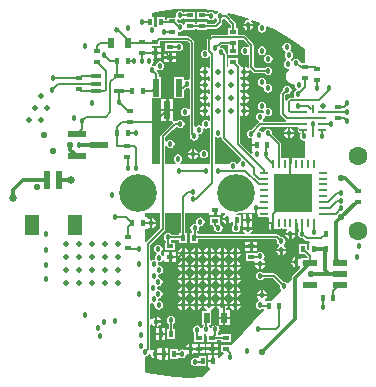
<source format=gbl>
%FSLAX24Y24*%
%MOIN*%
G70*
G01*
G75*
G04 Layer_Physical_Order=6*
G04 Layer_Color=16711680*
%ADD10C,0.0100*%
%ADD11R,0.2362X0.1890*%
%ADD12O,0.0315X0.0157*%
%ADD13O,0.0276X0.0098*%
%ADD14O,0.0098X0.0276*%
%ADD15R,0.0236X0.0157*%
%ADD16R,0.0197X0.0354*%
%ADD17R,0.0157X0.0236*%
%ADD18R,0.0354X0.0197*%
%ADD19R,0.1850X0.1850*%
%ADD20O,0.0110X0.0315*%
%ADD21O,0.0315X0.0110*%
%ADD22R,0.2028X0.2028*%
%ADD23O,0.0110X0.0335*%
%ADD24O,0.0335X0.0110*%
%ADD25O,0.0532X0.0177*%
%ADD26R,0.0532X0.0157*%
%ADD27R,0.0630X0.0748*%
%ADD28R,0.0551X0.0630*%
%ADD29R,0.0217X0.0394*%
%ADD30R,0.0276X0.0354*%
%ADD31R,0.0138X0.0098*%
%ADD32R,0.0098X0.0187*%
%ADD33R,0.0787X0.0472*%
%ADD34R,0.0142X0.0142*%
%ADD35R,0.0110X0.0110*%
G04:AMPARAMS|DCode=36|XSize=59.1mil|YSize=102.4mil|CornerRadius=0mil|HoleSize=0mil|Usage=FLASHONLY|Rotation=230.000|XOffset=0mil|YOffset=0mil|HoleType=Round|Shape=Rectangle|*
%AMROTATEDRECTD36*
4,1,4,-0.0202,0.0555,0.0582,-0.0103,0.0202,-0.0555,-0.0582,0.0103,-0.0202,0.0555,0.0*
%
%ADD36ROTATEDRECTD36*%

%ADD37R,0.0197X0.0315*%
G04:AMPARAMS|DCode=38|XSize=86.6mil|YSize=51.2mil|CornerRadius=12.8mil|HoleSize=0mil|Usage=FLASHONLY|Rotation=270.000|XOffset=0mil|YOffset=0mil|HoleType=Round|Shape=RoundedRectangle|*
%AMROUNDEDRECTD38*
21,1,0.0866,0.0256,0,0,270.0*
21,1,0.0610,0.0512,0,0,270.0*
1,1,0.0256,-0.0128,-0.0305*
1,1,0.0256,-0.0128,0.0305*
1,1,0.0256,0.0128,0.0305*
1,1,0.0256,0.0128,-0.0305*
%
%ADD38ROUNDEDRECTD38*%
G04:AMPARAMS|DCode=39|XSize=15.7mil|YSize=23.6mil|CornerRadius=3.9mil|HoleSize=0mil|Usage=FLASHONLY|Rotation=270.000|XOffset=0mil|YOffset=0mil|HoleType=Round|Shape=RoundedRectangle|*
%AMROUNDEDRECTD39*
21,1,0.0157,0.0157,0,0,270.0*
21,1,0.0079,0.0236,0,0,270.0*
1,1,0.0079,-0.0079,-0.0039*
1,1,0.0079,-0.0079,0.0039*
1,1,0.0079,0.0079,0.0039*
1,1,0.0079,0.0079,-0.0039*
%
%ADD39ROUNDEDRECTD39*%
%ADD40R,0.0118X0.0209*%
%ADD41R,0.0118X0.0193*%
%ADD42R,0.0157X0.0335*%
%ADD43R,0.0335X0.0157*%
%ADD44C,0.0060*%
%ADD45C,0.0050*%
%ADD46C,0.0120*%
%ADD47C,0.0181*%
%ADD48C,0.0080*%
%ADD49C,0.0150*%
%ADD50C,0.1260*%
%ADD51C,0.0630*%
%ADD52C,0.0197*%
%ADD53C,0.0180*%
%ADD54C,0.0260*%
%ADD55C,0.0220*%
%ADD56C,0.0200*%
%ADD57C,0.0276*%
%ADD58O,0.0098X0.0315*%
%ADD59O,0.0315X0.0098*%
%ADD60R,0.1299X0.1299*%
%ADD61R,0.0236X0.0591*%
%ADD62R,0.0591X0.0236*%
%ADD63R,0.0236X0.0610*%
%ADD64R,0.0472X0.0709*%
%ADD65R,0.0512X0.0217*%
G36*
X2248Y-681D02*
X2256Y-689D01*
X2264Y-728D01*
X2286Y-760D01*
X2319Y-782D01*
X2357Y-790D01*
X2574D01*
X2613Y-782D01*
X2640Y-824D01*
X2639Y-826D01*
X2629Y-876D01*
Y-944D01*
X2761D01*
Y-984D01*
X2801D01*
Y-1216D01*
X2811Y-1214D01*
X2854Y-1186D01*
X2854Y-1185D01*
X2903Y-1176D01*
X2919Y-1186D01*
X2958Y-1194D01*
X2997Y-1186D01*
X3029Y-1164D01*
X3031Y-1161D01*
X3081D01*
X3083Y-1164D01*
X3116Y-1186D01*
X3155Y-1194D01*
X3193Y-1186D01*
X3217Y-1170D01*
X3252Y-1206D01*
X3246Y-1215D01*
X3227Y-1227D01*
X3190Y-1284D01*
X3185Y-1310D01*
X3515D01*
X3510Y-1284D01*
X3495Y-1261D01*
X3508Y-1240D01*
Y-984D01*
X3588D01*
Y-1216D01*
X3599Y-1214D01*
X3620Y-1200D01*
X3632Y-1207D01*
X3645Y-1256D01*
X3618Y-1295D01*
X3607Y-1350D01*
X3618Y-1405D01*
X3649Y-1451D01*
X3695Y-1482D01*
X3750Y-1493D01*
X3773Y-1488D01*
X3842Y-1558D01*
X3869Y-1575D01*
X3900Y-1582D01*
X3900Y-1582D01*
X3974D01*
X3994Y-1628D01*
X3970Y-1652D01*
X3968D01*
Y-1865D01*
X3943Y-1875D01*
X3902Y-1848D01*
Y-1682D01*
X3644D01*
Y-2018D01*
X3826D01*
X3926Y-2119D01*
Y-2168D01*
X3702D01*
Y-2169D01*
X3673Y-2177D01*
X3616Y-2140D01*
X3590Y-2135D01*
Y-2300D01*
Y-2465D01*
X3616Y-2460D01*
X3658Y-2432D01*
X3676Y-2442D01*
X3684Y-2492D01*
X3421Y-2755D01*
X3396Y-2791D01*
X3388Y-2834D01*
X3388Y-2834D01*
Y-2877D01*
X3275Y-3001D01*
X3251Y-2999D01*
X3205Y-2968D01*
X3150Y-2957D01*
X3127Y-2962D01*
X2859Y-2694D01*
X2833Y-2676D01*
X2802Y-2670D01*
X2802Y-2670D01*
X2462D01*
X2449Y-2651D01*
X2403Y-2620D01*
X2348Y-2609D01*
X2294Y-2620D01*
X2247Y-2651D01*
X2217Y-2697D01*
X2206Y-2752D01*
X2217Y-2806D01*
X2247Y-2853D01*
X2294Y-2883D01*
X2348Y-2894D01*
X2403Y-2883D01*
X2449Y-2853D01*
X2462Y-2833D01*
X2768D01*
X3012Y-3077D01*
X3007Y-3100D01*
X3018Y-3155D01*
X3049Y-3201D01*
X3054Y-3242D01*
X2743Y-3582D01*
X2520D01*
X2505Y-3534D01*
X2523Y-3523D01*
X2560Y-3466D01*
X2565Y-3440D01*
X2235D01*
X2240Y-3466D01*
X2277Y-3523D01*
X2318Y-3550D01*
X2308Y-3599D01*
X2281Y-3604D01*
X2235Y-3635D01*
X2204Y-3681D01*
X2193Y-3736D01*
X2204Y-3790D01*
X2235Y-3837D01*
X2281Y-3868D01*
X2336Y-3879D01*
X2390Y-3868D01*
X2418Y-3849D01*
X2466Y-3863D01*
X2472Y-3877D01*
X1392Y-5058D01*
X1368Y-5048D01*
Y-5048D01*
X1368Y-5048D01*
X1032D01*
Y-5306D01*
X1102D01*
X1122Y-5352D01*
X983Y-5505D01*
X936Y-5486D01*
Y-5402D01*
X817D01*
Y-5600D01*
X777D01*
Y-5640D01*
X618D01*
Y-5798D01*
X652D01*
X672Y-5844D01*
X406Y-6134D01*
X0Y-6150D01*
X-483Y-6131D01*
X-962Y-6074D01*
X-1436Y-5980D01*
X-1500Y-5962D01*
Y-5443D01*
X-1445Y-5432D01*
X-1399Y-5401D01*
X-1369Y-5356D01*
X-1320Y-5366D01*
X-1310Y-5416D01*
X-1273Y-5473D01*
X-1216Y-5510D01*
X-1190Y-5515D01*
Y-5350D01*
Y-5185D01*
X-1216Y-5190D01*
X-1273Y-5227D01*
X-1274Y-5230D01*
X-1321Y-5211D01*
X-1318Y-5200D01*
Y-4377D01*
X-1271Y-4362D01*
X-1245Y-4400D01*
X-1189Y-4437D01*
X-1163Y-4443D01*
Y-4277D01*
Y-4112D01*
X-1189Y-4117D01*
X-1245Y-4155D01*
X-1271Y-4192D01*
X-1318Y-4178D01*
Y-3689D01*
X-1274Y-3665D01*
X-1266Y-3671D01*
X-1211Y-3682D01*
X-1210Y-3682D01*
X-1175Y-3717D01*
X-1179Y-3736D01*
X-1168Y-3790D01*
X-1137Y-3837D01*
X-1090Y-3868D01*
X-1036Y-3879D01*
X-981Y-3868D01*
X-935Y-3837D01*
X-904Y-3790D01*
X-893Y-3736D01*
X-904Y-3681D01*
X-935Y-3635D01*
X-981Y-3604D01*
X-1036Y-3593D01*
X-1037Y-3593D01*
X-1072Y-3558D01*
X-1068Y-3539D01*
X-1070Y-3533D01*
X-1042Y-3491D01*
X-995Y-3482D01*
X-949Y-3451D01*
X-918Y-3405D01*
X-907Y-3350D01*
X-918Y-3295D01*
X-949Y-3249D01*
X-995Y-3218D01*
X-1050Y-3207D01*
X-1055Y-3208D01*
X-1090Y-3173D01*
X-1085Y-3145D01*
X-1089Y-3126D01*
X-1053Y-3090D01*
X-1048Y-3091D01*
X-994Y-3080D01*
X-947Y-3049D01*
X-917Y-3003D01*
X-906Y-2948D01*
X-917Y-2894D01*
X-947Y-2847D01*
X-994Y-2817D01*
X-1048Y-2806D01*
X-1057Y-2760D01*
X-1056Y-2752D01*
X-1059Y-2737D01*
X-1031Y-2696D01*
X-984Y-2687D01*
X-938Y-2656D01*
X-907Y-2609D01*
X-896Y-2555D01*
X-907Y-2500D01*
X-938Y-2454D01*
X-984Y-2423D01*
X-1039Y-2412D01*
X-1050Y-2359D01*
X-1049Y-2358D01*
X-1060Y-2303D01*
X-1022Y-2293D01*
X-1022Y-2293D01*
Y-2293D01*
X-967Y-2282D01*
X-921Y-2251D01*
X-896Y-2213D01*
X-848Y-2228D01*
Y-2286D01*
X-690D01*
Y-2127D01*
Y-1968D01*
X-848D01*
Y-2072D01*
X-896Y-2087D01*
X-921Y-2049D01*
X-967Y-2018D01*
X-955Y-1955D01*
X-949Y-1951D01*
X-918Y-1905D01*
X-907Y-1850D01*
X-918Y-1795D01*
X-949Y-1749D01*
X-995Y-1718D01*
X-1050Y-1707D01*
X-1105Y-1718D01*
X-1151Y-1749D01*
X-1182Y-1795D01*
X-1193Y-1850D01*
X-1182Y-1905D01*
X-1151Y-1951D01*
X-1105Y-1982D01*
X-1117Y-2045D01*
X-1123Y-2049D01*
X-1154Y-2095D01*
X-1165Y-2150D01*
X-1154Y-2205D01*
Y-2205D01*
X-1192Y-2215D01*
X-1192Y-2215D01*
Y-2215D01*
X-1247Y-2226D01*
X-1274Y-2244D01*
X-1318Y-2221D01*
Y-1734D01*
X-842Y-1258D01*
X-842Y-1258D01*
X-825Y-1231D01*
X-825Y-1231D01*
X-825Y-1231D01*
X-818Y-1200D01*
X-818Y-1200D01*
Y-650D01*
X-309D01*
Y-1332D01*
X-356D01*
Y-1381D01*
X-610D01*
X-623Y-1362D01*
X-669Y-1331D01*
X-724Y-1320D01*
X-778Y-1331D01*
X-824Y-1362D01*
X-855Y-1408D01*
X-866Y-1463D01*
X-855Y-1517D01*
X-824Y-1563D01*
X-805Y-1576D01*
Y-1644D01*
X-818D01*
Y-1902D01*
X-482D01*
Y-1644D01*
X-642D01*
Y-1576D01*
X-623Y-1563D01*
X-610Y-1544D01*
X-356D01*
Y-1668D01*
X-98D01*
Y-1332D01*
X-146D01*
Y-650D01*
X652D01*
Y-732D01*
X810D01*
Y-573D01*
X890D01*
Y-732D01*
X1048D01*
Y-650D01*
X1157D01*
X1172Y-698D01*
X1127Y-727D01*
X1090Y-784D01*
X1085Y-810D01*
X1250D01*
Y-850D01*
X1290D01*
Y-1015D01*
X1316Y-1010D01*
X1373Y-973D01*
X1396Y-937D01*
X1444Y-952D01*
Y-1057D01*
X1435Y-1063D01*
X1404Y-1110D01*
X1393Y-1164D01*
X1404Y-1219D01*
X1435Y-1265D01*
X1481Y-1296D01*
X1536Y-1307D01*
X1590Y-1296D01*
X1637Y-1265D01*
X1668Y-1219D01*
X1679Y-1164D01*
X1668Y-1110D01*
X1690Y-1068D01*
X1702D01*
Y-732D01*
X1549D01*
X1547Y-682D01*
X1667Y-670D01*
X1733Y-650D01*
X2138D01*
X2142Y-652D01*
X2168Y-658D01*
Y-492D01*
X2248D01*
Y-681D01*
D02*
G37*
G36*
X1436Y5980D02*
X1900Y5849D01*
X1987Y5817D01*
X1973Y5769D01*
X1950Y5773D01*
X1884Y5760D01*
X1827Y5723D01*
X1790Y5666D01*
X1785Y5640D01*
X2115D01*
X2110Y5666D01*
X2073Y5723D01*
X2040Y5744D01*
X2063Y5789D01*
X2352Y5682D01*
X2348Y5632D01*
X2345Y5632D01*
X2299Y5601D01*
X2268Y5555D01*
X2257Y5500D01*
X2268Y5445D01*
X2299Y5399D01*
X2345Y5368D01*
X2400Y5357D01*
X2455Y5368D01*
X2501Y5399D01*
X2532Y5445D01*
X2543Y5500D01*
X2533Y5550D01*
X2572Y5581D01*
X2792Y5479D01*
X3213Y5244D01*
X3615Y4975D01*
X3838Y4799D01*
Y4333D01*
X3707D01*
X3693Y4350D01*
X3682Y4405D01*
X3651Y4451D01*
X3605Y4482D01*
X3550Y4493D01*
X3495Y4482D01*
X3449Y4451D01*
X3418Y4405D01*
Y4405D01*
X3418D01*
D01*
Y4405D01*
X3375Y4398D01*
X3373Y4401D01*
X3367Y4404D01*
X3355Y4468D01*
X3401Y4499D01*
X3432Y4545D01*
X3443Y4600D01*
X3432Y4655D01*
X3401Y4701D01*
X3355Y4732D01*
X3354Y4732D01*
X3337Y4757D01*
X3327Y4780D01*
X3356Y4822D01*
X3366Y4876D01*
X3356Y4931D01*
X3325Y4977D01*
X3278Y5008D01*
X3224Y5019D01*
X3169Y5008D01*
X3123Y4977D01*
X3092Y4931D01*
X3081Y4876D01*
X3092Y4822D01*
X3123Y4775D01*
X3169Y4744D01*
X3170Y4744D01*
X3187Y4719D01*
X3196Y4697D01*
X3168Y4655D01*
X3157Y4600D01*
X3168Y4545D01*
X3199Y4499D01*
X3204Y4496D01*
X3217Y4432D01*
X3171Y4401D01*
X3140Y4355D01*
X3129Y4300D01*
X3140Y4245D01*
X3171Y4199D01*
X3217Y4168D01*
X3272Y4157D01*
X3301Y4163D01*
X3321Y4117D01*
X3268Y4082D01*
X3214Y4000D01*
X3194Y3904D01*
X3214Y3808D01*
X3268Y3726D01*
X3350Y3671D01*
X3446Y3652D01*
X3476Y3658D01*
X3512Y3623D01*
X3507Y3600D01*
X3518Y3545D01*
X3549Y3499D01*
X3571Y3484D01*
X3562Y3435D01*
X3545Y3432D01*
X3499Y3401D01*
X3468Y3355D01*
X3457Y3300D01*
X3468Y3245D01*
X3481Y3226D01*
X3458Y3182D01*
X3350D01*
X3350Y3182D01*
X3319Y3175D01*
X3292Y3158D01*
X3292Y3158D01*
X3242Y3108D01*
X3229Y3088D01*
X3182Y3103D01*
Y3266D01*
X3227Y3312D01*
X3250Y3307D01*
X3305Y3318D01*
X3351Y3349D01*
X3382Y3395D01*
X3393Y3450D01*
X3382Y3505D01*
X3351Y3551D01*
X3305Y3582D01*
X3250Y3593D01*
X3195Y3582D01*
X3149Y3551D01*
X3118Y3505D01*
X3107Y3450D01*
X3112Y3427D01*
X3042Y3358D01*
X3025Y3331D01*
X3018Y3300D01*
X3018Y3300D01*
Y2650D01*
X3018Y2650D01*
X3025Y2619D01*
X3042Y2592D01*
X3194Y2441D01*
X3194Y2441D01*
X3209Y2431D01*
X3194Y2383D01*
X2438D01*
X2424Y2431D01*
X2451Y2449D01*
X2482Y2495D01*
X2493Y2550D01*
X2489Y2569D01*
X2531Y2596D01*
X2556Y2579D01*
X2611Y2568D01*
X2666Y2579D01*
X2712Y2610D01*
X2743Y2656D01*
X2754Y2711D01*
X2743Y2766D01*
X2712Y2812D01*
X2666Y2843D01*
X2611Y2854D01*
X2581Y2848D01*
X2546Y2883D01*
X2551Y2908D01*
X2540Y2962D01*
X2509Y3009D01*
X2463Y3040D01*
X2408Y3051D01*
X2353Y3040D01*
X2307Y3009D01*
X2276Y2962D01*
X2265Y2908D01*
X2276Y2853D01*
X2307Y2807D01*
X2353Y2776D01*
X2408Y2765D01*
X2438Y2771D01*
X2471Y2738D01*
X2466Y2688D01*
X2430Y2665D01*
X2405Y2682D01*
X2350Y2693D01*
X2295Y2682D01*
X2249Y2651D01*
X2218Y2605D01*
X2207Y2550D01*
X2218Y2495D01*
X2249Y2449D01*
X2295Y2418D01*
X2298Y2418D01*
X2308Y2369D01*
X2294Y2359D01*
X2294Y2359D01*
X2059Y2124D01*
X2036Y2129D01*
X1981Y2118D01*
X1935Y2087D01*
X1904Y2040D01*
X1893Y1986D01*
X1904Y1931D01*
X1935Y1885D01*
X1981Y1854D01*
X2036Y1843D01*
D01*
X2058Y1828D01*
X2064Y1798D01*
X2064Y1798D01*
X2064Y1798D01*
Y1640D01*
X2223D01*
Y1560D01*
X2064D01*
Y1402D01*
X2067D01*
X2088Y1376D01*
X2074Y1328D01*
X2045Y1320D01*
X1682Y1684D01*
Y2562D01*
X1726Y2585D01*
X1730Y2582D01*
X1760Y2576D01*
Y2750D01*
Y2924D01*
X1730Y2918D01*
X1726Y2916D01*
X1682Y2939D01*
Y2995D01*
X1726Y3018D01*
X1730Y3015D01*
X1760Y3009D01*
Y3183D01*
Y3357D01*
X1730Y3352D01*
X1726Y3349D01*
X1682Y3372D01*
Y3428D01*
X1726Y3451D01*
X1730Y3448D01*
X1760Y3443D01*
Y3617D01*
Y3790D01*
X1730Y3785D01*
X1726Y3782D01*
X1682Y3805D01*
Y3861D01*
X1726Y3884D01*
X1730Y3882D01*
X1760Y3876D01*
Y4050D01*
Y4224D01*
X1730Y4218D01*
X1726Y4215D01*
X1679Y4234D01*
X1675Y4254D01*
X1658Y4281D01*
X1618Y4320D01*
Y4502D01*
X1282D01*
Y4249D01*
X1239Y4223D01*
X1232Y4227D01*
Y4600D01*
D01*
Y4600D01*
X1232D01*
D01*
Y4600D01*
X1232D01*
Y4600D01*
X1232Y4600D01*
X1232Y4600D01*
D01*
D01*
D01*
D01*
X1225Y4631D01*
X1219Y4640D01*
X1219Y4640D01*
X1218Y4642D01*
Y4642D01*
D01*
D01*
Y4642D01*
D01*
X1208Y4658D01*
X1208Y4658D01*
X1188Y4677D01*
X1193Y4700D01*
X1182Y4755D01*
X1151Y4801D01*
X1105Y4832D01*
X1050Y4843D01*
X1040Y4841D01*
X1016Y4845D01*
X1001Y4893D01*
X1055Y4946D01*
X1282D01*
Y4894D01*
X1282Y4894D01*
X1282Y4856D01*
X1282D01*
Y4598D01*
X1618D01*
Y4856D01*
D01*
Y4856D01*
X1618Y4856D01*
Y4894D01*
X1618D01*
Y5124D01*
X1768D01*
X1963Y4929D01*
X1956Y4879D01*
X1929Y4865D01*
X1905Y4882D01*
X1850Y4893D01*
X1795Y4882D01*
X1749Y4851D01*
X1718Y4805D01*
X1707Y4750D01*
X1718Y4695D01*
X1749Y4649D01*
X1795Y4618D01*
X1850Y4607D01*
X1905Y4618D01*
X1929Y4635D01*
X1974Y4611D01*
Y4210D01*
X1936Y4177D01*
X1928Y4178D01*
X1869Y4218D01*
X1840Y4224D01*
Y4090D01*
X1974D01*
X1971Y4103D01*
X2015Y4127D01*
X2107Y4035D01*
X2132Y4018D01*
X2161Y4013D01*
X2494D01*
X2510Y3988D01*
X2556Y3957D01*
X2611Y3946D01*
X2666Y3957D01*
X2712Y3988D01*
X2743Y4034D01*
X2754Y4089D01*
X2743Y4144D01*
X2712Y4190D01*
X2666Y4221D01*
X2611Y4232D01*
X2556Y4221D01*
X2510Y4190D01*
X2494Y4165D01*
X2193D01*
X2126Y4232D01*
Y4950D01*
X2121Y4979D01*
X2104Y5004D01*
X2104Y5004D01*
X1854Y5254D01*
X1829Y5271D01*
X1800Y5276D01*
X1618D01*
Y5506D01*
X1532D01*
Y5650D01*
X1525Y5681D01*
X1518Y5692D01*
X1508Y5708D01*
X1508Y5708D01*
X1258Y5958D01*
X1242Y5968D01*
X1261Y6015D01*
X1436Y5980D01*
D02*
G37*
G36*
X3623Y2179D02*
X3625Y2176D01*
X3603Y2143D01*
X3595Y2105D01*
X3603Y2066D01*
X3625Y2033D01*
X3658Y2011D01*
X3658Y2011D01*
D01*
D01*
D01*
X3658D01*
X3696Y1997D01*
X3668Y1955D01*
X3657Y1900D01*
X3668Y1845D01*
X3699Y1799D01*
X3745Y1768D01*
X3800Y1757D01*
X3838Y1726D01*
Y1203D01*
X3794Y1179D01*
X3784Y1186D01*
X3745Y1194D01*
X3707Y1186D01*
X3674Y1164D01*
X3672Y1161D01*
X3622D01*
X3620Y1164D01*
X3587Y1186D01*
X3548Y1194D01*
X3510Y1186D01*
X3494Y1176D01*
X3445Y1185D01*
X3445Y1186D01*
X3402Y1214D01*
X3392Y1216D01*
Y984D01*
X3312D01*
Y1216D01*
X3301Y1214D01*
X3258Y1186D01*
X3258Y1185D01*
X3209Y1176D01*
X3193Y1186D01*
X3155Y1194D01*
X3116Y1186D01*
X3084Y1164D01*
X3080Y1166D01*
X3039Y1193D01*
Y1642D01*
X3033Y1673D01*
X3026Y1684D01*
X3016Y1700D01*
X3016Y1700D01*
X2738Y1977D01*
X2743Y2000D01*
X2732Y2055D01*
X2701Y2101D01*
X2655Y2132D01*
X2600Y2143D01*
X2545Y2132D01*
X2499Y2101D01*
X2468Y2055D01*
X2465Y2038D01*
X2416Y2029D01*
X2401Y2051D01*
X2355Y2082D01*
X2317Y2089D01*
X2303Y2137D01*
X2385Y2220D01*
X3280D01*
X3281Y2206D01*
X3319D01*
X3320Y2220D01*
X3596D01*
X3623Y2179D01*
D02*
G37*
G36*
X895Y1868D02*
X950Y1857D01*
X1005Y1868D01*
X1024Y1881D01*
X1068Y1858D01*
Y1850D01*
X1068Y1850D01*
X1075Y1819D01*
X1092Y1792D01*
X1720Y1165D01*
X1705Y1117D01*
X1701Y1116D01*
X1655Y1085D01*
X1624Y1039D01*
X1613Y984D01*
X1607Y977D01*
X1558Y980D01*
X1528Y1024D01*
X1482Y1055D01*
X1427Y1066D01*
X1373Y1055D01*
X1326Y1024D01*
X1295Y977D01*
X1295Y977D01*
X826D01*
Y1861D01*
X871Y1885D01*
X895Y1868D01*
D02*
G37*
G36*
X-12Y4996D02*
Y3815D01*
X-50Y3783D01*
X-100Y3793D01*
X-155Y3782D01*
X-164Y3776D01*
X-208Y3799D01*
Y3869D01*
X-544D01*
Y3179D01*
X-208D01*
Y3446D01*
X-195Y3449D01*
X-168Y3466D01*
X-123Y3512D01*
X-100Y3507D01*
X-50Y3517D01*
X-12Y3485D01*
Y2825D01*
X-59Y2811D01*
X-60Y2812D01*
X-106Y2843D01*
X-161Y2854D01*
X-216Y2843D01*
X-262Y2812D01*
X-293Y2766D01*
X-304Y2711D01*
X-293Y2656D01*
X-262Y2610D01*
X-216Y2579D01*
X-161Y2568D01*
X-106Y2579D01*
X-60Y2610D01*
X-59Y2611D01*
X-12Y2597D01*
Y1980D01*
X-12Y1980D01*
X-5Y1949D01*
X12Y1923D01*
X7Y1900D01*
X18Y1845D01*
X49Y1799D01*
X95Y1768D01*
X150Y1757D01*
X205Y1768D01*
X251Y1799D01*
X282Y1845D01*
X293Y1900D01*
X285Y1939D01*
X313Y1980D01*
X355Y1989D01*
X401Y2020D01*
X432Y2066D01*
X443Y2120D01*
X438Y2143D01*
X480Y2171D01*
X484Y2168D01*
X539Y2157D01*
X593Y2168D01*
X629Y2192D01*
X674Y2169D01*
Y977D01*
X-321D01*
X-336Y1024D01*
X-299Y1049D01*
X-268Y1095D01*
X-257Y1150D01*
X-268Y1205D01*
X-299Y1251D01*
X-345Y1282D01*
X-400Y1293D01*
X-455Y1282D01*
X-501Y1251D01*
X-532Y1205D01*
X-543Y1150D01*
X-532Y1095D01*
X-501Y1049D01*
X-464Y1024D01*
X-479Y977D01*
X-818D01*
Y1564D01*
X-771Y1578D01*
X-751Y1549D01*
X-705Y1518D01*
X-650Y1507D01*
X-595Y1518D01*
X-549Y1549D01*
X-518Y1595D01*
X-507Y1650D01*
X-518Y1705D01*
X-549Y1751D01*
X-595Y1782D01*
X-650Y1793D01*
X-705Y1782D01*
X-751Y1751D01*
X-771Y1722D01*
X-818Y1736D01*
Y1866D01*
X-569Y2116D01*
X-418Y2216D01*
X-372Y2185D01*
X-317Y2175D01*
X-263Y2185D01*
X-216Y2216D01*
X-185Y2263D01*
X-175Y2317D01*
X-185Y2372D01*
X-216Y2418D01*
X-263Y2449D01*
X-317Y2460D01*
X-372Y2449D01*
X-418Y2418D01*
X-431Y2399D01*
X-483D01*
X-483Y2399D01*
X-513Y2393D01*
X-515Y2394D01*
X-552Y2450D01*
Y2736D01*
X-710D01*
Y2401D01*
X-580D01*
X-561Y2355D01*
X-958Y1958D01*
X-975Y1931D01*
X-982Y1900D01*
X-982Y1900D01*
Y977D01*
X-1262D01*
Y3179D01*
X-956D01*
Y3869D01*
X-1042D01*
Y3974D01*
D01*
Y3974D01*
X-1042D01*
D01*
Y3974D01*
X-1042D01*
Y3974D01*
X-1042Y3974D01*
X-1042Y3974D01*
D01*
D01*
D01*
D01*
X-1049Y4005D01*
X-1055Y4014D01*
X-1055Y4014D01*
X-1056Y4016D01*
Y4016D01*
D01*
D01*
Y4016D01*
D01*
X-1066Y4032D01*
X-1066Y4032D01*
X-1112Y4077D01*
X-1107Y4100D01*
X-1107Y4100D01*
X-1107Y4100D01*
X-1107Y4102D01*
X-1061Y4123D01*
X-1055Y4118D01*
X-1000Y4107D01*
X-945Y4118D01*
X-899Y4149D01*
X-868Y4195D01*
X-857Y4250D01*
X-868Y4305D01*
X-899Y4351D01*
X-945Y4382D01*
X-1000Y4393D01*
X-1055Y4382D01*
X-1101Y4351D01*
X-1132Y4305D01*
X-1143Y4250D01*
X-1143Y4250D01*
X-1143Y4250D01*
X-1143Y4248D01*
X-1189Y4227D01*
X-1195Y4232D01*
X-1250Y4243D01*
X-1255Y4247D01*
X-1253Y4297D01*
X-1249Y4299D01*
X-1218Y4345D01*
X-1207Y4400D01*
X-1218Y4455D01*
X-1228Y4470D01*
X-1205Y4514D01*
X-1190D01*
Y4673D01*
Y4832D01*
X-1262D01*
Y4898D01*
X-982D01*
Y5068D01*
X-381D01*
X-376Y5019D01*
X-376Y5019D01*
X-376D01*
X-428Y5008D01*
X-432Y5006D01*
X-482Y5006D01*
Y5006D01*
X-818D01*
Y4748D01*
X-482D01*
Y4748D01*
X-434Y4748D01*
X-428Y4744D01*
X-374Y4734D01*
X-319Y4744D01*
X-273Y4775D01*
X-242Y4822D01*
X-231Y4876D01*
X-242Y4931D01*
X-273Y4977D01*
X-319Y5008D01*
X-371Y5019D01*
X-366Y5068D01*
X-84D01*
X-12Y4996D01*
D02*
G37*
G36*
X483Y6131D02*
X930Y6078D01*
X941Y6029D01*
X899Y6001D01*
X876Y5967D01*
X826D01*
X801Y6005D01*
X755Y6036D01*
X700Y6047D01*
X645Y6036D01*
X612Y6014D01*
X568Y6038D01*
Y6056D01*
X232D01*
Y5798D01*
X568D01*
Y5798D01*
X597Y5806D01*
X599Y5803D01*
X645Y5772D01*
X700Y5762D01*
X755Y5772D01*
X801Y5803D01*
X824Y5837D01*
X874D01*
X899Y5799D01*
X918Y5786D01*
Y5734D01*
X839Y5654D01*
X568D01*
Y5702D01*
X232D01*
Y5654D01*
X168D01*
Y5702D01*
X-168D01*
Y5627D01*
X-216Y5613D01*
X-226Y5628D01*
X-273Y5659D01*
X-327Y5670D01*
X-369Y5662D01*
X-432Y5724D01*
Y5779D01*
X-388Y5802D01*
X-377Y5795D01*
X-323Y5784D01*
X-268Y5795D01*
X-222Y5826D01*
X-216Y5835D01*
X-168Y5821D01*
Y5798D01*
X168D01*
Y6056D01*
X-168D01*
Y6034D01*
X-216Y6019D01*
X-222Y6028D01*
X-268Y6059D01*
X-323Y6070D01*
X-377Y6059D01*
X-424Y6028D01*
X-455Y5982D01*
X-466Y5927D01*
X-459Y5895D01*
X-491Y5856D01*
X-768D01*
Y5782D01*
X-844D01*
Y5868D01*
X-1102D01*
Y5557D01*
X-1149Y5543D01*
X-1153Y5549D01*
X-1198Y5579D01*
Y5868D01*
X-1262D01*
Y6014D01*
X-962Y6074D01*
X-483Y6131D01*
X0Y6150D01*
X483Y6131D01*
D02*
G37*
G36*
X1368Y5616D02*
Y5506D01*
X1282D01*
Y5276D01*
X750D01*
X721Y5271D01*
X696Y5254D01*
X696Y5254D01*
X596Y5154D01*
X579Y5129D01*
X574Y5100D01*
X574Y5100D01*
X574D01*
X574Y5100D01*
X574D01*
Y4818D01*
X535Y4786D01*
X500Y4793D01*
X445Y4782D01*
X399Y4751D01*
X368Y4705D01*
X357Y4650D01*
X368Y4595D01*
X399Y4549D01*
X445Y4518D01*
X500Y4507D01*
X555Y4518D01*
X601Y4549D01*
X626Y4586D01*
X674Y4572D01*
Y4208D01*
X629Y4178D01*
X570Y4218D01*
X540Y4224D01*
Y4050D01*
Y3876D01*
X570Y3882D01*
X629Y3921D01*
X674Y3891D01*
Y3775D01*
X629Y3745D01*
X570Y3785D01*
X540Y3790D01*
Y3617D01*
Y3443D01*
X570Y3448D01*
X629Y3488D01*
X674Y3458D01*
Y3342D01*
X629Y3312D01*
X570Y3352D01*
X540Y3357D01*
Y3183D01*
Y3009D01*
X570Y3015D01*
X629Y3055D01*
X674Y3025D01*
Y2909D01*
X629Y2879D01*
X570Y2918D01*
X540Y2924D01*
Y2750D01*
Y2576D01*
X570Y2582D01*
X629Y2622D01*
X674Y2592D01*
Y2431D01*
X629Y2408D01*
X593Y2432D01*
X539Y2443D01*
X484Y2432D01*
X438Y2401D01*
X407Y2355D01*
X396Y2300D01*
X400Y2277D01*
X359Y2250D01*
X355Y2252D01*
X300Y2263D01*
X245Y2252D01*
X199Y2221D01*
X152Y2253D01*
Y5030D01*
X152Y5030D01*
X145Y5061D01*
X128Y5088D01*
X128Y5088D01*
X8Y5208D01*
X-19Y5225D01*
X-50Y5232D01*
X-50Y5232D01*
X-402D01*
Y5360D01*
X-363Y5392D01*
X-327Y5384D01*
X-273Y5395D01*
X-226Y5426D01*
X-214Y5444D01*
X-168Y5444D01*
Y5444D01*
X168D01*
Y5491D01*
X232D01*
Y5444D01*
X568D01*
Y5491D01*
X873D01*
X873Y5491D01*
X904Y5497D01*
X931Y5515D01*
X1058Y5642D01*
X1058Y5642D01*
X1075Y5669D01*
X1082Y5700D01*
Y5786D01*
X1101Y5799D01*
X1114Y5818D01*
X1166D01*
X1368Y5616D01*
D02*
G37*
G36*
X-982Y-1166D02*
X-1454Y-1638D01*
X-1479Y-1628D01*
X-1500Y-1614D01*
Y-1198D01*
X-1414D01*
Y-1181D01*
X-1370Y-1158D01*
X-1366Y-1160D01*
X-1340Y-1165D01*
Y-1000D01*
Y-835D01*
X-1366Y-840D01*
X-1370Y-842D01*
X-1414Y-819D01*
Y-802D01*
X-1500D01*
Y-650D01*
X-982D01*
Y-1166D01*
D02*
G37*
%LPC*%
G36*
X1476Y-3109D02*
X1447Y-3115D01*
X1388Y-3154D01*
X1348Y-3213D01*
X1342Y-3243D01*
X1476D01*
Y-3109D01*
D02*
G37*
G36*
X690D02*
Y-3243D01*
X824D01*
X818Y-3213D01*
X779Y-3154D01*
X720Y-3115D01*
X690Y-3109D01*
D02*
G37*
G36*
X1043D02*
X1013Y-3115D01*
X954Y-3154D01*
X915Y-3213D01*
X909Y-3243D01*
X1043D01*
Y-3109D01*
D02*
G37*
G36*
X1123D02*
Y-3243D01*
X1257D01*
X1251Y-3213D01*
X1212Y-3154D01*
X1153Y-3115D01*
X1123Y-3109D01*
D02*
G37*
G36*
X1556D02*
Y-3243D01*
X1690D01*
X1684Y-3213D01*
X1645Y-3154D01*
X1586Y-3115D01*
X1556Y-3109D01*
D02*
G37*
G36*
X391Y-2890D02*
X257D01*
Y-3024D01*
X287Y-3018D01*
X346Y-2979D01*
X385Y-2920D01*
X391Y-2890D01*
D02*
G37*
G36*
X610D02*
X476D01*
X482Y-2920D01*
X521Y-2979D01*
X580Y-3018D01*
X610Y-3024D01*
Y-2890D01*
D02*
G37*
G36*
X177D02*
X43D01*
X49Y-2920D01*
X88Y-2979D01*
X147Y-3018D01*
X177Y-3024D01*
Y-2890D01*
D02*
G37*
G36*
X-256D02*
X-390D01*
X-384Y-2920D01*
X-345Y-2979D01*
X-286Y-3018D01*
X-256Y-3024D01*
Y-2890D01*
D02*
G37*
G36*
X-42D02*
X-176D01*
Y-3024D01*
X-147Y-3018D01*
X-88Y-2979D01*
X-48Y-2920D01*
X-42Y-2890D01*
D02*
G37*
G36*
X2360Y-3235D02*
X2334Y-3240D01*
X2277Y-3277D01*
X2240Y-3334D01*
X2235Y-3360D01*
X2360D01*
Y-3235D01*
D02*
G37*
G36*
X2440D02*
Y-3360D01*
X2565D01*
X2560Y-3334D01*
X2523Y-3277D01*
X2466Y-3240D01*
X2440Y-3235D01*
D02*
G37*
G36*
X1690Y-3323D02*
X1556D01*
Y-3457D01*
X1586Y-3451D01*
X1645Y-3412D01*
X1684Y-3353D01*
X1690Y-3323D01*
D02*
G37*
G36*
X1257D02*
X1123D01*
Y-3457D01*
X1153Y-3451D01*
X1212Y-3412D01*
X1251Y-3353D01*
X1257Y-3323D01*
D02*
G37*
G36*
X1476D02*
X1342D01*
X1348Y-3353D01*
X1388Y-3412D01*
X1447Y-3451D01*
X1476Y-3457D01*
Y-3323D01*
D02*
G37*
G36*
X-256Y-3109D02*
X-286Y-3115D01*
X-345Y-3154D01*
X-384Y-3213D01*
X-390Y-3243D01*
X-256D01*
Y-3109D01*
D02*
G37*
G36*
X257D02*
Y-3243D01*
X391D01*
X385Y-3213D01*
X346Y-3154D01*
X287Y-3115D01*
X257Y-3109D01*
D02*
G37*
G36*
X610D02*
X580Y-3115D01*
X521Y-3154D01*
X482Y-3213D01*
X476Y-3243D01*
X610D01*
Y-3109D01*
D02*
G37*
G36*
X177D02*
X147Y-3115D01*
X88Y-3154D01*
X49Y-3213D01*
X43Y-3243D01*
X177D01*
Y-3109D01*
D02*
G37*
G36*
X-176D02*
Y-3243D01*
X-42D01*
X-48Y-3213D01*
X-88Y-3154D01*
X-147Y-3115D01*
X-176Y-3109D01*
D02*
G37*
G36*
X1043Y-3323D02*
X909D01*
X915Y-3353D01*
X954Y-3412D01*
X1013Y-3451D01*
X1043Y-3457D01*
Y-3323D01*
D02*
G37*
G36*
X-42Y-2457D02*
X-176D01*
Y-2591D01*
X-147Y-2585D01*
X-88Y-2546D01*
X-48Y-2487D01*
X-42Y-2457D01*
D02*
G37*
G36*
X177D02*
X43D01*
X49Y-2487D01*
X88Y-2546D01*
X147Y-2585D01*
X177Y-2591D01*
Y-2457D01*
D02*
G37*
G36*
X391D02*
X257D01*
Y-2591D01*
X287Y-2585D01*
X346Y-2546D01*
X385Y-2487D01*
X391Y-2457D01*
D02*
G37*
G36*
X1476Y-2676D02*
X1447Y-2682D01*
X1388Y-2721D01*
X1348Y-2780D01*
X1342Y-2810D01*
X1476D01*
Y-2676D01*
D02*
G37*
G36*
X1556D02*
Y-2810D01*
X1690D01*
X1684Y-2780D01*
X1645Y-2721D01*
X1586Y-2682D01*
X1556Y-2676D01*
D02*
G37*
G36*
X-256Y-2457D02*
X-390D01*
X-384Y-2487D01*
X-345Y-2546D01*
X-286Y-2585D01*
X-256Y-2591D01*
Y-2457D01*
D02*
G37*
G36*
X1257D02*
X1123D01*
Y-2591D01*
X1153Y-2585D01*
X1212Y-2546D01*
X1251Y-2487D01*
X1257Y-2457D01*
D02*
G37*
G36*
X1476D02*
X1342D01*
X1348Y-2487D01*
X1388Y-2546D01*
X1447Y-2585D01*
X1476Y-2591D01*
Y-2457D01*
D02*
G37*
G36*
X1690D02*
X1556D01*
Y-2591D01*
X1586Y-2585D01*
X1645Y-2546D01*
X1684Y-2487D01*
X1690Y-2457D01*
D02*
G37*
G36*
X610D02*
X476D01*
X482Y-2487D01*
X521Y-2546D01*
X580Y-2585D01*
X610Y-2591D01*
Y-2457D01*
D02*
G37*
G36*
X824D02*
X690D01*
Y-2591D01*
X720Y-2585D01*
X779Y-2546D01*
X818Y-2487D01*
X824Y-2457D01*
D02*
G37*
G36*
X1043D02*
X909D01*
X915Y-2487D01*
X954Y-2546D01*
X1013Y-2585D01*
X1043Y-2591D01*
Y-2457D01*
D02*
G37*
G36*
X1123Y-2676D02*
Y-2810D01*
X1257D01*
X1251Y-2780D01*
X1212Y-2721D01*
X1153Y-2682D01*
X1123Y-2676D01*
D02*
G37*
G36*
X1476Y-2890D02*
X1342D01*
X1348Y-2920D01*
X1388Y-2979D01*
X1447Y-3018D01*
X1476Y-3024D01*
Y-2890D01*
D02*
G37*
G36*
X1690D02*
X1556D01*
Y-3024D01*
X1586Y-3018D01*
X1645Y-2979D01*
X1684Y-2920D01*
X1690Y-2890D01*
D02*
G37*
G36*
X-256Y-2676D02*
X-286Y-2682D01*
X-345Y-2721D01*
X-384Y-2780D01*
X-390Y-2810D01*
X-256D01*
Y-2676D01*
D02*
G37*
G36*
X824Y-2890D02*
X690D01*
Y-3024D01*
X720Y-3018D01*
X779Y-2979D01*
X818Y-2920D01*
X824Y-2890D01*
D02*
G37*
G36*
X1043D02*
X909D01*
X915Y-2920D01*
X954Y-2979D01*
X1013Y-3018D01*
X1043Y-3024D01*
Y-2890D01*
D02*
G37*
G36*
X1257D02*
X1123D01*
Y-3024D01*
X1153Y-3018D01*
X1212Y-2979D01*
X1251Y-2920D01*
X1257Y-2890D01*
D02*
G37*
G36*
X610Y-2676D02*
X580Y-2682D01*
X521Y-2721D01*
X482Y-2780D01*
X476Y-2810D01*
X610D01*
Y-2676D01*
D02*
G37*
G36*
X690D02*
Y-2810D01*
X824D01*
X818Y-2780D01*
X779Y-2721D01*
X720Y-2682D01*
X690Y-2676D01*
D02*
G37*
G36*
X1043D02*
X1013Y-2682D01*
X954Y-2721D01*
X915Y-2780D01*
X909Y-2810D01*
X1043D01*
Y-2676D01*
D02*
G37*
G36*
X-176D02*
Y-2810D01*
X-42D01*
X-48Y-2780D01*
X-88Y-2721D01*
X-147Y-2682D01*
X-176Y-2676D01*
D02*
G37*
G36*
X177D02*
X147Y-2682D01*
X88Y-2721D01*
X49Y-2780D01*
X43Y-2810D01*
X177D01*
Y-2676D01*
D02*
G37*
G36*
X257D02*
Y-2810D01*
X391D01*
X385Y-2780D01*
X346Y-2721D01*
X287Y-2682D01*
X257Y-2676D01*
D02*
G37*
G36*
X-818Y-4740D02*
X-937D01*
Y-4898D01*
X-818D01*
Y-4740D01*
D02*
G37*
G36*
X-628Y-4085D02*
X-683Y-4096D01*
X-729Y-4127D01*
X-760Y-4173D01*
X-771Y-4228D01*
X-760Y-4283D01*
X-729Y-4329D01*
X-710Y-4342D01*
Y-4532D01*
X-752D01*
Y-4868D01*
X-494D01*
Y-4532D01*
X-546D01*
Y-4342D01*
X-527Y-4329D01*
X-496Y-4283D01*
X-485Y-4228D01*
X-496Y-4173D01*
X-527Y-4127D01*
X-573Y-4096D01*
X-628Y-4085D01*
D02*
G37*
G36*
X-1017Y-4740D02*
X-1136D01*
Y-4898D01*
X-1017D01*
Y-4740D01*
D02*
G37*
G36*
X710Y-5018D02*
X552D01*
Y-5137D01*
X710D01*
Y-5018D01*
D02*
G37*
G36*
X948D02*
X790D01*
Y-5137D01*
X948D01*
Y-5018D01*
D02*
G37*
G36*
X-1017Y-4502D02*
X-1136D01*
Y-4660D01*
X-1017D01*
Y-4502D01*
D02*
G37*
G36*
X1324Y-4190D02*
X1185D01*
Y-4407D01*
X1324D01*
Y-4190D01*
D02*
G37*
G36*
X-1083Y-4112D02*
Y-4237D01*
X-957D01*
X-963Y-4211D01*
X-1000Y-4155D01*
X-1057Y-4117D01*
X-1083Y-4112D01*
D02*
G37*
G36*
X-957Y-4317D02*
X-1083D01*
Y-4443D01*
X-1057Y-4437D01*
X-1000Y-4400D01*
X-963Y-4344D01*
X-957Y-4317D01*
D02*
G37*
G36*
X-818Y-4502D02*
X-937D01*
Y-4660D01*
X-818D01*
Y-4502D01*
D02*
G37*
G36*
X824Y-3756D02*
X476D01*
X482Y-3786D01*
X521Y-3845D01*
X567Y-3875D01*
X552Y-3923D01*
X406D01*
Y-4377D01*
X470D01*
Y-4427D01*
X451Y-4440D01*
X423Y-4482D01*
X397D01*
X369Y-4476D01*
X351Y-4449D01*
X305Y-4418D01*
X250Y-4407D01*
X195Y-4418D01*
X149Y-4449D01*
X118Y-4495D01*
X107Y-4550D01*
X118Y-4605D01*
X149Y-4651D01*
X149Y-4651D01*
X149D01*
X153Y-4661D01*
X132Y-4694D01*
X132D01*
Y-4952D01*
X468D01*
Y-4706D01*
D01*
X496Y-4683D01*
X496D01*
X506Y-4675D01*
X553Y-4692D01*
X582Y-4836D01*
Y-4952D01*
X918D01*
Y-4904D01*
X1032D01*
Y-4952D01*
X1368D01*
Y-4694D01*
X1032D01*
Y-4741D01*
X947D01*
X932Y-4723D01*
Y-4655D01*
X951Y-4642D01*
X982Y-4595D01*
X993Y-4541D01*
X982Y-4486D01*
X959Y-4451D01*
X982Y-4407D01*
X1105D01*
Y-4190D01*
X967D01*
Y-4397D01*
Y-4397D01*
X923Y-4421D01*
X905Y-4409D01*
X850Y-4398D01*
X795Y-4409D01*
X749Y-4440D01*
X726Y-4475D01*
X676D01*
X653Y-4440D01*
X633Y-4427D01*
Y-4377D01*
X703D01*
Y-3927D01*
X703D01*
X703Y-3927D01*
X703Y-3923D01*
Y-3923D01*
Y-3887D01*
X720Y-3884D01*
X779Y-3845D01*
X818Y-3786D01*
X824Y-3756D01*
D02*
G37*
G36*
X498Y-5018D02*
X340D01*
Y-5137D01*
X498D01*
Y-5018D01*
D02*
G37*
G36*
X-394Y-5182D02*
X-652D01*
Y-5518D01*
X-394D01*
Y-5480D01*
X-359Y-5457D01*
X-350Y-5452D01*
X-305Y-5482D01*
X-250Y-5493D01*
X-195Y-5482D01*
X-149Y-5451D01*
X-118Y-5405D01*
X-107Y-5350D01*
X-43Y-5337D01*
X-17Y-5343D01*
Y-5217D01*
X-180D01*
X-189Y-5223D01*
X-195Y-5218D01*
X-250Y-5207D01*
X-305Y-5218D01*
X-350Y-5248D01*
X-359Y-5243D01*
X-394Y-5220D01*
Y-5182D01*
D02*
G37*
G36*
X63Y-5012D02*
Y-5177D01*
Y-5343D01*
X89Y-5337D01*
X96Y-5333D01*
X102Y-5336D01*
Y-5336D01*
X102Y-5336D01*
X260D01*
Y-5177D01*
Y-5018D01*
X102D01*
X102Y-5018D01*
Y-5018D01*
X96Y-5022D01*
X89Y-5017D01*
X63Y-5012D01*
D02*
G37*
G36*
X552Y-5432D02*
X294D01*
Y-5480D01*
X250Y-5503D01*
X232Y-5491D01*
X177Y-5480D01*
X123Y-5491D01*
X76Y-5522D01*
X45Y-5568D01*
X34Y-5623D01*
X45Y-5677D01*
X76Y-5724D01*
X123Y-5755D01*
X177Y-5766D01*
X232Y-5755D01*
X250Y-5743D01*
X294Y-5766D01*
Y-5768D01*
X552D01*
Y-5432D01*
D02*
G37*
G36*
X737Y-5402D02*
X618D01*
Y-5560D01*
X737D01*
Y-5402D01*
D02*
G37*
G36*
X-718Y-5390D02*
X-837D01*
Y-5548D01*
X-718D01*
Y-5390D01*
D02*
G37*
G36*
X498Y-5217D02*
X340D01*
Y-5336D01*
X498D01*
Y-5217D01*
D02*
G37*
G36*
X-917Y-5152D02*
X-1036D01*
Y-5169D01*
X-1080Y-5192D01*
X-1084Y-5190D01*
X-1110Y-5185D01*
Y-5350D01*
Y-5515D01*
X-1084Y-5510D01*
X-1080Y-5508D01*
X-1036Y-5531D01*
Y-5548D01*
X-917D01*
Y-5350D01*
Y-5152D01*
D02*
G37*
G36*
X-17Y-5012D02*
X-44Y-5017D01*
X-100Y-5055D01*
X-137Y-5111D01*
X-143Y-5137D01*
X-17D01*
Y-5012D01*
D02*
G37*
G36*
X-718Y-5152D02*
X-837D01*
Y-5310D01*
X-718D01*
Y-5152D01*
D02*
G37*
G36*
X710Y-5217D02*
X552D01*
Y-5336D01*
X710D01*
Y-5217D01*
D02*
G37*
G36*
X948D02*
X790D01*
Y-5336D01*
X948D01*
Y-5217D01*
D02*
G37*
G36*
X1476Y-3542D02*
X1447Y-3548D01*
X1388Y-3587D01*
X1348Y-3647D01*
X1342Y-3676D01*
X1476D01*
Y-3542D01*
D02*
G37*
G36*
X1556D02*
Y-3676D01*
X1690D01*
X1684Y-3647D01*
X1645Y-3587D01*
X1586Y-3548D01*
X1556Y-3542D01*
D02*
G37*
G36*
X1123D02*
Y-3676D01*
X1257D01*
X1251Y-3647D01*
X1212Y-3587D01*
X1153Y-3548D01*
X1123Y-3542D01*
D02*
G37*
G36*
X690D02*
Y-3676D01*
X824D01*
X818Y-3647D01*
X779Y-3587D01*
X720Y-3548D01*
X690Y-3542D01*
D02*
G37*
G36*
X1043D02*
X1013Y-3548D01*
X954Y-3587D01*
X915Y-3647D01*
X909Y-3676D01*
X1043D01*
Y-3542D01*
D02*
G37*
G36*
X-256Y-3323D02*
X-390D01*
X-384Y-3353D01*
X-345Y-3412D01*
X-286Y-3451D01*
X-256Y-3457D01*
Y-3323D01*
D02*
G37*
G36*
X610D02*
X476D01*
X482Y-3353D01*
X521Y-3412D01*
X580Y-3451D01*
X610Y-3457D01*
Y-3323D01*
D02*
G37*
G36*
X824D02*
X690D01*
Y-3457D01*
X720Y-3451D01*
X779Y-3412D01*
X818Y-3353D01*
X824Y-3323D01*
D02*
G37*
G36*
X391D02*
X257D01*
Y-3457D01*
X287Y-3451D01*
X346Y-3412D01*
X385Y-3353D01*
X391Y-3323D01*
D02*
G37*
G36*
X-42D02*
X-176D01*
Y-3457D01*
X-147Y-3451D01*
X-88Y-3412D01*
X-48Y-3353D01*
X-42Y-3323D01*
D02*
G37*
G36*
X177D02*
X43D01*
X49Y-3353D01*
X88Y-3412D01*
X147Y-3451D01*
X177Y-3457D01*
Y-3323D01*
D02*
G37*
G36*
X610Y-3542D02*
X580Y-3548D01*
X521Y-3587D01*
X482Y-3647D01*
X476Y-3676D01*
X610D01*
Y-3542D01*
D02*
G37*
G36*
X177Y-3756D02*
X43D01*
X49Y-3786D01*
X88Y-3845D01*
X147Y-3884D01*
X177Y-3890D01*
Y-3756D01*
D02*
G37*
G36*
X391D02*
X257D01*
Y-3890D01*
X287Y-3884D01*
X346Y-3845D01*
X385Y-3786D01*
X391Y-3756D01*
D02*
G37*
G36*
X-42D02*
X-176D01*
Y-3890D01*
X-147Y-3884D01*
X-88Y-3845D01*
X-48Y-3786D01*
X-42Y-3756D01*
D02*
G37*
G36*
X1257D02*
X909D01*
X915Y-3786D01*
X954Y-3845D01*
X967Y-3853D01*
X967Y-3893D01*
X967D01*
Y-4110D01*
X1324D01*
Y-3893D01*
X1226D01*
X1211Y-3845D01*
X1212Y-3845D01*
X1251Y-3786D01*
X1257Y-3756D01*
D02*
G37*
G36*
X-256D02*
X-390D01*
X-384Y-3786D01*
X-345Y-3845D01*
X-286Y-3884D01*
X-256Y-3890D01*
Y-3756D01*
D02*
G37*
G36*
X1476D02*
X1342D01*
X1348Y-3786D01*
X1388Y-3845D01*
X1447Y-3884D01*
X1476Y-3890D01*
Y-3756D01*
D02*
G37*
G36*
X177Y-3542D02*
X147Y-3548D01*
X88Y-3587D01*
X49Y-3647D01*
X43Y-3676D01*
X177D01*
Y-3542D01*
D02*
G37*
G36*
X257D02*
Y-3676D01*
X391D01*
X385Y-3647D01*
X346Y-3587D01*
X287Y-3548D01*
X257Y-3542D01*
D02*
G37*
G36*
X-176D02*
Y-3676D01*
X-42D01*
X-48Y-3647D01*
X-88Y-3587D01*
X-147Y-3548D01*
X-176Y-3542D01*
D02*
G37*
G36*
X1690Y-3756D02*
X1556D01*
Y-3890D01*
X1586Y-3884D01*
X1645Y-3845D01*
X1684Y-3786D01*
X1690Y-3756D01*
D02*
G37*
G36*
X-256Y-3542D02*
X-286Y-3548D01*
X-345Y-3587D01*
X-384Y-3647D01*
X-390Y-3676D01*
X-256D01*
Y-3542D01*
D02*
G37*
G36*
X3260Y2165D02*
X3234Y2160D01*
X3177Y2123D01*
X3140Y2066D01*
X3135Y2040D01*
X3260D01*
Y2165D01*
D02*
G37*
G36*
X3340D02*
Y2040D01*
X3465D01*
X3460Y2066D01*
X3423Y2123D01*
X3366Y2160D01*
X3340Y2165D01*
D02*
G37*
G36*
X3465Y1960D02*
X3340D01*
Y1835D01*
X3366Y1840D01*
X3423Y1877D01*
X3460Y1934D01*
X3465Y1960D01*
D02*
G37*
G36*
X140Y1465D02*
Y1340D01*
X265D01*
X260Y1366D01*
X223Y1423D01*
X166Y1460D01*
X140Y1465D01*
D02*
G37*
G36*
X3260Y1960D02*
X3135D01*
X3140Y1934D01*
X3177Y1877D01*
X3234Y1840D01*
X3260Y1835D01*
Y1960D01*
D02*
G37*
G36*
X-790Y2736D02*
X-948D01*
Y2401D01*
X-790D01*
Y2736D01*
D02*
G37*
G36*
X1840Y2924D02*
Y2790D01*
X1974D01*
X1968Y2820D01*
X1928Y2879D01*
X1869Y2918D01*
X1840Y2924D01*
D02*
G37*
G36*
X-790Y3151D02*
X-948D01*
Y2816D01*
X-790D01*
Y3151D01*
D02*
G37*
G36*
X460Y2924D02*
X431Y2918D01*
X372Y2879D01*
X332Y2820D01*
X326Y2790D01*
X460D01*
Y2924D01*
D02*
G37*
G36*
Y2710D02*
X326D01*
X332Y2681D01*
X372Y2622D01*
X431Y2582D01*
X460Y2576D01*
Y2710D01*
D02*
G37*
G36*
X1974D02*
X1840D01*
Y2576D01*
X1869Y2582D01*
X1928Y2622D01*
X1968Y2681D01*
X1974Y2710D01*
D02*
G37*
G36*
X60Y1465D02*
X34Y1460D01*
X-23Y1423D01*
X-60Y1366D01*
X-65Y1340D01*
X60D01*
Y1465D01*
D02*
G37*
G36*
X350Y-807D02*
X295Y-818D01*
X249Y-849D01*
X218Y-895D01*
X207Y-950D01*
X214Y-984D01*
X179Y-1019D01*
X158Y-1015D01*
X103Y-1026D01*
X57Y-1057D01*
X26Y-1103D01*
X15Y-1158D01*
X26Y-1213D01*
X57Y-1259D01*
X76Y-1272D01*
Y-1332D01*
X-2D01*
Y-1668D01*
X256D01*
Y-1532D01*
X2866D01*
X2912Y-1577D01*
X2907Y-1600D01*
X2918Y-1655D01*
X2949Y-1701D01*
X2958Y-1707D01*
X2958Y-1757D01*
X2927Y-1777D01*
X2890Y-1834D01*
X2885Y-1860D01*
X3215D01*
X3210Y-1834D01*
X3173Y-1777D01*
X3142Y-1757D01*
X3142Y-1707D01*
X3151Y-1701D01*
X3182Y-1655D01*
X3193Y-1600D01*
X3182Y-1545D01*
X3151Y-1499D01*
X3105Y-1468D01*
X3050Y-1457D01*
X3027Y-1462D01*
X2958Y-1392D01*
X2931Y-1375D01*
X2900Y-1368D01*
X2900Y-1368D01*
X2033D01*
X2019Y-1321D01*
X2050Y-1300D01*
X2087Y-1243D01*
X2093Y-1217D01*
X1762D01*
X1767Y-1243D01*
X1805Y-1300D01*
X1836Y-1321D01*
X1821Y-1368D01*
X256D01*
Y-1332D01*
X239D01*
Y-1272D01*
X259Y-1259D01*
X290Y-1213D01*
X301Y-1158D01*
X294Y-1124D01*
X329Y-1089D01*
X350Y-1093D01*
X405Y-1082D01*
X451Y-1051D01*
X482Y-1005D01*
X493Y-950D01*
X482Y-895D01*
X451Y-849D01*
X405Y-818D01*
X350Y-807D01*
D02*
G37*
G36*
X1210Y-890D02*
X1085D01*
X1090Y-916D01*
X1127Y-973D01*
X1184Y-1010D01*
X1210Y-1015D01*
Y-890D01*
D02*
G37*
G36*
X2086Y-940D02*
X1768D01*
Y-1098D01*
X1768Y-1098D01*
X1768D01*
X1772Y-1104D01*
X1767Y-1111D01*
X1762Y-1137D01*
X2093D01*
X2087Y-1111D01*
X2083Y-1104D01*
X2086Y-1098D01*
X2086D01*
X2086Y-1098D01*
Y-940D01*
D02*
G37*
G36*
X2721Y-1024D02*
X2629D01*
Y-1093D01*
X2639Y-1143D01*
X2668Y-1186D01*
X2711Y-1214D01*
X2721Y-1216D01*
Y-1024D01*
D02*
G37*
G36*
X-1135Y-1040D02*
X-1260D01*
Y-1165D01*
X-1234Y-1160D01*
X-1177Y-1123D01*
X-1140Y-1066D01*
X-1135Y-1040D01*
D02*
G37*
G36*
X-1260Y-835D02*
Y-960D01*
X-1135D01*
X-1140Y-934D01*
X-1177Y-877D01*
X-1234Y-840D01*
X-1260Y-835D01*
D02*
G37*
G36*
X265Y1260D02*
X140D01*
Y1135D01*
X166Y1140D01*
X223Y1177D01*
X260Y1234D01*
X265Y1260D01*
D02*
G37*
G36*
X461Y1454D02*
X406Y1443D01*
X360Y1412D01*
X329Y1366D01*
X320Y1318D01*
X306D01*
Y1293D01*
X320D01*
Y1293D01*
X322D01*
X329Y1256D01*
X360Y1210D01*
X406Y1179D01*
X461Y1168D01*
X516Y1179D01*
X562Y1210D01*
X593Y1256D01*
X604Y1311D01*
X593Y1366D01*
X562Y1412D01*
X516Y1443D01*
X461Y1454D01*
D02*
G37*
G36*
X60Y1260D02*
X-65D01*
X-60Y1234D01*
X-23Y1177D01*
X34Y1140D01*
X60Y1135D01*
Y1260D01*
D02*
G37*
G36*
X1887Y-702D02*
X1768D01*
Y-860D01*
X1887D01*
Y-702D01*
D02*
G37*
G36*
X2086D02*
X1967D01*
Y-860D01*
X2086D01*
Y-702D01*
D02*
G37*
G36*
X-452Y4483D02*
X-610D01*
Y4364D01*
X-452D01*
Y4483D01*
D02*
G37*
G36*
X-952Y4633D02*
X-1110D01*
Y4514D01*
X-952D01*
Y4633D01*
D02*
G37*
G36*
X-690Y4483D02*
X-848D01*
Y4364D01*
X-690D01*
Y4483D01*
D02*
G37*
G36*
X460Y4224D02*
X431Y4218D01*
X372Y4178D01*
X332Y4119D01*
X326Y4090D01*
X460D01*
Y4224D01*
D02*
G37*
G36*
X2617Y4625D02*
X2563Y4615D01*
X2516Y4584D01*
X2485Y4537D01*
X2475Y4483D01*
X2485Y4428D01*
X2516Y4382D01*
X2563Y4351D01*
X2617Y4340D01*
X2672Y4351D01*
X2718Y4382D01*
X2749Y4428D01*
X2760Y4483D01*
X2749Y4537D01*
X2718Y4584D01*
X2672Y4615D01*
X2617Y4625D01*
D02*
G37*
G36*
X-690Y4682D02*
X-848D01*
Y4563D01*
X-690D01*
Y4682D01*
D02*
G37*
G36*
X1910Y5560D02*
X1785D01*
X1790Y5534D01*
X1827Y5477D01*
X1884Y5440D01*
X1910Y5435D01*
Y5560D01*
D02*
G37*
G36*
X2115D02*
X1990D01*
Y5435D01*
X2016Y5440D01*
X2073Y5477D01*
X2110Y5534D01*
X2115Y5560D01*
D02*
G37*
G36*
X-952Y4832D02*
X-1110D01*
Y4713D01*
X-952D01*
Y4832D01*
D02*
G37*
G36*
X-452Y4682D02*
X-610D01*
Y4563D01*
X-452D01*
Y4682D01*
D02*
G37*
G36*
X2400Y4893D02*
X2345Y4882D01*
X2299Y4851D01*
X2268Y4805D01*
X2257Y4750D01*
X2268Y4695D01*
X2299Y4649D01*
X2345Y4618D01*
X2400Y4607D01*
X2455Y4618D01*
X2501Y4649D01*
X2532Y4695D01*
X2543Y4750D01*
X2532Y4805D01*
X2501Y4851D01*
X2455Y4882D01*
X2400Y4893D01*
D02*
G37*
G36*
X1974Y4010D02*
X1840D01*
Y3876D01*
X1869Y3882D01*
X1928Y3921D01*
X1968Y3980D01*
X1974Y4010D01*
D02*
G37*
G36*
X460Y3357D02*
X431Y3352D01*
X372Y3312D01*
X332Y3253D01*
X326Y3223D01*
X460D01*
Y3357D01*
D02*
G37*
G36*
X1840D02*
Y3223D01*
X1974D01*
X1968Y3253D01*
X1928Y3312D01*
X1869Y3352D01*
X1840Y3357D01*
D02*
G37*
G36*
X1974Y3143D02*
X1840D01*
Y3009D01*
X1869Y3015D01*
X1928Y3055D01*
X1968Y3114D01*
X1974Y3143D01*
D02*
G37*
G36*
X-552Y3151D02*
X-710D01*
Y2816D01*
X-552D01*
Y3151D01*
D02*
G37*
G36*
X460Y3143D02*
X326D01*
X332Y3114D01*
X372Y3055D01*
X431Y3015D01*
X460Y3009D01*
Y3143D01*
D02*
G37*
G36*
X2405Y3838D02*
X2350Y3827D01*
X2304Y3796D01*
X2273Y3750D01*
X2262Y3695D01*
X2273Y3641D01*
X2304Y3594D01*
X2350Y3563D01*
X2405Y3553D01*
X2428Y3557D01*
X2463Y3522D01*
X2459Y3498D01*
X2470Y3444D01*
X2501Y3397D01*
X2547Y3367D01*
X2602Y3356D01*
X2656Y3367D01*
X2703Y3397D01*
X2733Y3444D01*
X2744Y3498D01*
X2733Y3553D01*
X2703Y3599D01*
X2656Y3630D01*
X2602Y3641D01*
X2578Y3637D01*
X2543Y3672D01*
X2547Y3695D01*
X2537Y3750D01*
X2506Y3796D01*
X2459Y3827D01*
X2405Y3838D01*
D02*
G37*
G36*
X1840Y3790D02*
Y3657D01*
X1974D01*
X1968Y3686D01*
X1928Y3745D01*
X1869Y3785D01*
X1840Y3790D01*
D02*
G37*
G36*
X460Y4010D02*
X326D01*
X332Y3980D01*
X372Y3921D01*
X431Y3882D01*
X460Y3876D01*
Y4010D01*
D02*
G37*
G36*
Y3790D02*
X431Y3785D01*
X372Y3745D01*
X332Y3686D01*
X326Y3657D01*
X460D01*
Y3790D01*
D02*
G37*
G36*
Y3577D02*
X326D01*
X332Y3547D01*
X372Y3488D01*
X431Y3448D01*
X460Y3443D01*
Y3577D01*
D02*
G37*
G36*
X1974D02*
X1840D01*
Y3443D01*
X1869Y3448D01*
X1928Y3488D01*
X1968Y3547D01*
X1974Y3577D01*
D02*
G37*
G36*
X-256Y-2024D02*
X-390D01*
X-384Y-2053D01*
X-345Y-2113D01*
X-286Y-2152D01*
X-256Y-2158D01*
Y-2024D01*
D02*
G37*
G36*
X-42D02*
X-176D01*
Y-2158D01*
X-147Y-2152D01*
X-88Y-2113D01*
X-48Y-2053D01*
X-42Y-2024D01*
D02*
G37*
G36*
X3510Y-2135D02*
X3484Y-2140D01*
X3427Y-2177D01*
X3390Y-2234D01*
X3385Y-2260D01*
X3510D01*
Y-2135D01*
D02*
G37*
G36*
X1556Y-2243D02*
Y-2377D01*
X1690D01*
X1684Y-2347D01*
X1645Y-2288D01*
X1586Y-2249D01*
X1556Y-2243D01*
D02*
G37*
G36*
X-452Y-2167D02*
X-610D01*
Y-2286D01*
X-452D01*
Y-2167D01*
D02*
G37*
G36*
X177Y-2024D02*
X43D01*
X49Y-2053D01*
X88Y-2113D01*
X147Y-2152D01*
X177Y-2158D01*
Y-2024D01*
D02*
G37*
G36*
X1043D02*
X909D01*
X915Y-2053D01*
X954Y-2113D01*
X1013Y-2152D01*
X1043Y-2158D01*
Y-2024D01*
D02*
G37*
G36*
X1257D02*
X1123D01*
Y-2158D01*
X1153Y-2152D01*
X1212Y-2113D01*
X1251Y-2053D01*
X1257Y-2024D01*
D02*
G37*
G36*
X824D02*
X690D01*
Y-2158D01*
X720Y-2152D01*
X779Y-2113D01*
X818Y-2053D01*
X824Y-2024D01*
D02*
G37*
G36*
X391D02*
X257D01*
Y-2158D01*
X287Y-2152D01*
X346Y-2113D01*
X385Y-2053D01*
X391Y-2024D01*
D02*
G37*
G36*
X610D02*
X476D01*
X482Y-2053D01*
X521Y-2113D01*
X580Y-2152D01*
X610Y-2158D01*
Y-2024D01*
D02*
G37*
G36*
X1476Y-2243D02*
X1447Y-2249D01*
X1388Y-2288D01*
X1348Y-2347D01*
X1342Y-2377D01*
X1476D01*
Y-2243D01*
D02*
G37*
G36*
X-256D02*
X-286Y-2249D01*
X-345Y-2288D01*
X-384Y-2347D01*
X-390Y-2377D01*
X-256D01*
Y-2243D01*
D02*
G37*
G36*
X-176D02*
Y-2377D01*
X-42D01*
X-48Y-2347D01*
X-88Y-2288D01*
X-147Y-2249D01*
X-176Y-2243D01*
D02*
G37*
G36*
X3510Y-2340D02*
X3385D01*
X3390Y-2366D01*
X3427Y-2423D01*
X3484Y-2460D01*
X3510Y-2465D01*
Y-2340D01*
D02*
G37*
G36*
X2302Y-2398D02*
X2177D01*
X2182Y-2424D01*
X2220Y-2480D01*
X2276Y-2518D01*
X2302Y-2523D01*
Y-2398D01*
D02*
G37*
G36*
X2508D02*
X2382D01*
Y-2523D01*
X2408Y-2518D01*
X2465Y-2480D01*
X2502Y-2424D01*
X2508Y-2398D01*
D02*
G37*
G36*
X177Y-2243D02*
X147Y-2249D01*
X88Y-2288D01*
X49Y-2347D01*
X43Y-2377D01*
X177D01*
Y-2243D01*
D02*
G37*
G36*
X1043D02*
X1013Y-2249D01*
X954Y-2288D01*
X915Y-2347D01*
X909Y-2377D01*
X1043D01*
Y-2243D01*
D02*
G37*
G36*
X1123D02*
Y-2377D01*
X1257D01*
X1251Y-2347D01*
X1212Y-2288D01*
X1153Y-2249D01*
X1123Y-2243D01*
D02*
G37*
G36*
X690D02*
Y-2377D01*
X824D01*
X818Y-2347D01*
X779Y-2288D01*
X720Y-2249D01*
X690Y-2243D01*
D02*
G37*
G36*
X257D02*
Y-2377D01*
X391D01*
X385Y-2347D01*
X346Y-2288D01*
X287Y-2249D01*
X257Y-2243D01*
D02*
G37*
G36*
X610D02*
X580Y-2249D01*
X521Y-2288D01*
X482Y-2347D01*
X476Y-2377D01*
X610D01*
Y-2243D01*
D02*
G37*
G36*
X1556Y-1810D02*
Y-1944D01*
X1690D01*
X1684Y-1914D01*
X1645Y-1855D01*
X1586Y-1816D01*
X1556Y-1810D01*
D02*
G37*
G36*
X2010Y-1813D02*
X1852D01*
Y-1932D01*
X2010D01*
Y-1813D01*
D02*
G37*
G36*
X1476Y-1810D02*
X1447Y-1816D01*
X1388Y-1855D01*
X1348Y-1914D01*
X1342Y-1944D01*
X1476D01*
Y-1810D01*
D02*
G37*
G36*
X1043D02*
X1013Y-1816D01*
X954Y-1855D01*
X915Y-1914D01*
X909Y-1944D01*
X1043D01*
Y-1810D01*
D02*
G37*
G36*
X1123D02*
Y-1944D01*
X1257D01*
X1251Y-1914D01*
X1212Y-1855D01*
X1153Y-1816D01*
X1123Y-1810D01*
D02*
G37*
G36*
X2248Y-1813D02*
X2090D01*
Y-1932D01*
X2248D01*
Y-1813D01*
D02*
G37*
G36*
X3515Y-1390D02*
X3390D01*
Y-1515D01*
X3416Y-1510D01*
X3473Y-1473D01*
X3510Y-1416D01*
X3515Y-1390D01*
D02*
G37*
G36*
X1018Y-798D02*
X682D01*
Y-1056D01*
X751D01*
X768Y-1059D01*
X775Y-1091D01*
X792Y-1117D01*
X807Y-1132D01*
X803Y-1155D01*
X813Y-1209D01*
X844Y-1256D01*
X891Y-1287D01*
X945Y-1297D01*
X1000Y-1287D01*
X1046Y-1256D01*
X1077Y-1209D01*
X1088Y-1155D01*
X1077Y-1100D01*
X1046Y-1054D01*
X1018Y-1035D01*
Y-798D01*
D02*
G37*
G36*
X3310Y-1390D02*
X3185D01*
X3190Y-1416D01*
X3227Y-1473D01*
X3284Y-1510D01*
X3310Y-1515D01*
Y-1390D01*
D02*
G37*
G36*
X2010Y-1614D02*
X1852D01*
Y-1733D01*
X2010D01*
Y-1614D01*
D02*
G37*
G36*
X2248D02*
X2090D01*
Y-1733D01*
X2248D01*
Y-1614D01*
D02*
G37*
G36*
X690Y-1810D02*
Y-1944D01*
X824D01*
X818Y-1914D01*
X779Y-1855D01*
X720Y-1816D01*
X690Y-1810D01*
D02*
G37*
G36*
X3010Y-1940D02*
X2885D01*
X2890Y-1966D01*
X2927Y-2023D01*
X2984Y-2060D01*
X3010Y-2065D01*
Y-1940D01*
D02*
G37*
G36*
X3215D02*
X3090D01*
Y-2065D01*
X3116Y-2060D01*
X3173Y-2023D01*
X3210Y-1966D01*
X3215Y-1940D01*
D02*
G37*
G36*
X-452Y-1968D02*
X-610D01*
Y-2087D01*
X-452D01*
Y-1968D01*
D02*
G37*
G36*
X1476Y-2024D02*
X1342D01*
X1348Y-2053D01*
X1388Y-2113D01*
X1447Y-2152D01*
X1476Y-2158D01*
Y-2024D01*
D02*
G37*
G36*
X1690D02*
X1556D01*
Y-2158D01*
X1586Y-2152D01*
X1645Y-2113D01*
X1684Y-2053D01*
X1690Y-2024D01*
D02*
G37*
G36*
X2350Y-1957D02*
X2295Y-1968D01*
X2249Y-1999D01*
X2244Y-2006D01*
X2218Y-1998D01*
Y-1998D01*
X1882D01*
Y-2256D01*
X2150D01*
X2181Y-2295D01*
X2177Y-2318D01*
X2508D01*
X2502Y-2292D01*
X2465Y-2235D01*
X2451Y-2226D01*
Y-2201D01*
X2482Y-2155D01*
X2493Y-2100D01*
X2482Y-2045D01*
X2451Y-1999D01*
X2405Y-1968D01*
X2350Y-1957D01*
D02*
G37*
G36*
X257Y-1810D02*
Y-1944D01*
X391D01*
X385Y-1914D01*
X346Y-1855D01*
X287Y-1816D01*
X257Y-1810D01*
D02*
G37*
G36*
X610D02*
X580Y-1816D01*
X521Y-1855D01*
X482Y-1914D01*
X476Y-1944D01*
X610D01*
Y-1810D01*
D02*
G37*
G36*
X177D02*
X147Y-1816D01*
X88Y-1855D01*
X49Y-1914D01*
X43Y-1944D01*
X177D01*
Y-1810D01*
D02*
G37*
G36*
X-256D02*
X-286Y-1816D01*
X-345Y-1855D01*
X-384Y-1914D01*
X-390Y-1944D01*
X-256D01*
Y-1810D01*
D02*
G37*
G36*
X-176D02*
Y-1944D01*
X-42D01*
X-48Y-1914D01*
X-88Y-1855D01*
X-147Y-1816D01*
X-176Y-1810D01*
D02*
G37*
%LPD*%
D10*
X-2400Y5450D02*
G03*
X-2400Y5450I-50J0D01*
G01*
D13*
X4415Y2695D02*
D03*
Y2498D02*
D03*
Y2302D02*
D03*
Y2105D02*
D03*
X3785D02*
D03*
Y2302D02*
D03*
Y2498D02*
D03*
Y2695D02*
D03*
D14*
X4100Y2006D02*
D03*
Y2794D02*
D03*
D15*
X-2050Y-1473D02*
D03*
Y-1827D02*
D03*
X-1150Y4673D02*
D03*
Y5027D02*
D03*
X-1600Y4673D02*
D03*
Y5027D02*
D03*
X-600Y5373D02*
D03*
Y5727D02*
D03*
X-650Y4523D02*
D03*
Y4877D02*
D03*
X4950Y2523D02*
D03*
Y2877D02*
D03*
X4250Y3773D02*
D03*
Y4127D02*
D03*
X3850Y3850D02*
D03*
Y4204D02*
D03*
X1450Y5023D02*
D03*
Y5377D02*
D03*
Y4727D02*
D03*
Y4373D02*
D03*
X400Y5573D02*
D03*
Y5927D02*
D03*
X0Y5573D02*
D03*
Y5927D02*
D03*
X-2000Y2373D02*
D03*
Y2727D02*
D03*
X-2100Y1577D02*
D03*
Y1223D02*
D03*
X-3700Y3473D02*
D03*
Y3827D02*
D03*
X-3100Y4727D02*
D03*
Y4373D02*
D03*
X1200Y-4823D02*
D03*
Y-5177D02*
D03*
X750D02*
D03*
Y-4823D02*
D03*
X300Y-5177D02*
D03*
Y-4823D02*
D03*
X2050Y-1773D02*
D03*
Y-2127D02*
D03*
X850Y-573D02*
D03*
Y-927D02*
D03*
X-650Y-2127D02*
D03*
Y-1773D02*
D03*
X5600Y77D02*
D03*
Y-277D02*
D03*
D16*
X-2645Y5000D02*
D03*
X-2055D02*
D03*
X555Y-4150D02*
D03*
X1145D02*
D03*
D17*
X-1573Y-1000D02*
D03*
X-1927D02*
D03*
X-973Y5700D02*
D03*
X-1327D02*
D03*
X-2073Y4400D02*
D03*
X-2427D02*
D03*
Y2000D02*
D03*
X-2073D02*
D03*
X-1573Y3400D02*
D03*
X-1927D02*
D03*
X4777Y-3500D02*
D03*
X4423D02*
D03*
X4523Y-1850D02*
D03*
X4877D02*
D03*
X4127D02*
D03*
X3773D02*
D03*
X4877Y-1350D02*
D03*
X4523D02*
D03*
X2977Y-3750D02*
D03*
X2623D02*
D03*
X423Y-5600D02*
D03*
X777D02*
D03*
X-523Y-5350D02*
D03*
X-877D02*
D03*
X-977Y-4700D02*
D03*
X-623D02*
D03*
X1927Y-900D02*
D03*
X1573D02*
D03*
X-227Y-1500D02*
D03*
X127D02*
D03*
X2223Y1600D02*
D03*
X2577D02*
D03*
D43*
X-3124Y3394D02*
D03*
Y3650D02*
D03*
Y3906D02*
D03*
X-2376D02*
D03*
Y3394D02*
D03*
D44*
X-2127Y-800D02*
X-1927Y-1000D01*
X-2500Y-800D02*
X-2127D01*
X-2050Y-1827D02*
X-2027Y-1850D01*
X-1700D01*
X-1573Y-1000D02*
X-1300D01*
X-900Y-1200D02*
Y1900D01*
X-1400Y-1700D02*
X-900Y-1200D01*
X-1400Y-5200D02*
Y-1700D01*
X-2050Y-1123D02*
X-1927Y-1000D01*
X-2050Y-1473D02*
Y-1123D01*
X4650Y3450D02*
Y3500D01*
X4300Y3100D02*
X4650Y3450D01*
X3350Y3100D02*
X4300D01*
X3100Y3300D02*
X3250Y3450D01*
X3100Y2650D02*
Y3300D01*
Y2650D02*
X3252Y2498D01*
X3600Y2900D02*
X3944D01*
X4050Y2794D01*
X2036Y1986D02*
X2352Y2302D01*
X3735D01*
X3252Y2498D02*
X3735D01*
X4365D01*
X5245Y2695D02*
X5250Y2700D01*
X4365Y2695D02*
X5245D01*
X2958Y984D02*
Y1642D01*
X2600Y2000D02*
X2958Y1642D01*
X4400Y-3800D02*
X4450D01*
X4400D02*
X4423Y-3777D01*
Y-3500D01*
X4777Y-3273D02*
X4976Y-3074D01*
X4777Y-3500D02*
Y-3273D01*
X4008Y-2326D02*
Y-2085D01*
X3773Y-1850D02*
X4008Y-2085D01*
X2323Y-2127D02*
X2350Y-2100D01*
X2050Y-2127D02*
X2323D01*
X4792Y-3074D02*
X4976D01*
X3773Y-2291D02*
X3808Y-2326D01*
X-1248Y3400D02*
X-1124Y3524D01*
X-1573Y3400D02*
X-1248D01*
X-226Y3524D02*
X-100Y3650D01*
X-376Y3524D02*
X-226D01*
X-1124D02*
Y3974D01*
X-1250Y4100D02*
X-1124Y3974D01*
X-1150Y4673D02*
X-800D01*
X-1600Y4400D02*
Y4673D01*
X1600Y1650D02*
X2466Y784D01*
X2873Y-4527D02*
X2977Y-4423D01*
X2273Y-4527D02*
X2873D01*
X-5103Y197D02*
X-5100Y200D01*
X-900Y1900D02*
X-483Y2317D01*
X-317D01*
X-3450Y2550D02*
X-2800D01*
X-2650Y2700D01*
Y3700D01*
X-2444Y3906D01*
X-2376D01*
X70Y1980D02*
Y5030D01*
Y1980D02*
X150Y1900D01*
X-50Y5150D02*
X70Y5030D01*
X-627Y5700D02*
X-600Y5727D01*
X-973Y5700D02*
X-627D01*
X-1600D02*
X-1327D01*
X-877Y5373D02*
X-600D01*
X-359Y-2127D02*
X-216Y-1984D01*
X-650Y-2127D02*
X-359D01*
X-724Y-1699D02*
X-650Y-1773D01*
X-724Y-1699D02*
Y-1463D01*
X-265D02*
X-227Y-1500D01*
X-724Y-1463D02*
X-265D01*
X-227Y-1500D02*
Y-127D01*
X-68Y32D01*
X100D01*
X2761Y-689D02*
X3450Y0D01*
X2761Y-984D02*
Y-689D01*
X-2055Y5000D02*
X-1177D01*
X-2400Y5450D02*
X-2055Y5105D01*
Y5000D02*
Y5105D01*
X1350Y-5450D02*
Y-5327D01*
X1200Y-5177D02*
X1350Y-5327D01*
X-2100Y1223D02*
X-2056Y1179D01*
Y856D02*
Y1179D01*
X-1800Y850D02*
Y1500D01*
X-1877Y1577D02*
X-1800Y1500D01*
X-2100Y1577D02*
X-1877D01*
X1927Y-1177D02*
Y-900D01*
X177Y-1450D02*
X2900D01*
X3050Y-1600D01*
X158Y-1469D02*
X177Y-1450D01*
X3352Y98D02*
Y984D01*
X158Y-1469D02*
Y-1158D01*
X2336Y-3736D02*
X2350Y-3750D01*
X2623D01*
X2348Y-2752D02*
X2802D01*
X3150Y-3100D01*
X1536Y-1164D02*
Y-937D01*
X1573Y-900D01*
X850Y-1059D02*
X945Y-1155D01*
X850Y-1059D02*
Y-927D01*
X-628Y-4695D02*
X-623Y-4700D01*
X-628Y-4695D02*
Y-4228D01*
X750Y-4823D02*
X1200D01*
X177Y-5623D02*
X450D01*
X4139Y-1289D02*
Y-984D01*
X2308Y492D02*
X2466D01*
X2150Y650D02*
X2308Y492D01*
X2208Y-492D02*
X2466D01*
X3548Y-1152D02*
Y-984D01*
X-348Y752D02*
X548D01*
X-2427Y1577D02*
Y2000D01*
Y1577D02*
X-2100D01*
X-2073Y2000D02*
X-1800D01*
X-4577Y3827D02*
X-3700D01*
X-3621Y3906D01*
X-3124D01*
X-3700Y3473D02*
X-3621Y3394D01*
X-3124D01*
X-2376Y3026D02*
Y3394D01*
Y3026D02*
X-2077Y2727D01*
X-2000D01*
X-2277Y2373D02*
X-2000D01*
X-2427Y2223D02*
X-2277Y2373D01*
X-2427Y2000D02*
Y2223D01*
X-2073Y4400D02*
X-1850D01*
X-3124Y3394D02*
X-2856D01*
X-2800Y3450D01*
Y4073D01*
X-3100Y4373D02*
X-2800Y4073D01*
X-3100Y4727D02*
Y4900D01*
X-3000Y5000D01*
X-2645D01*
X-1177D02*
X-1150Y5027D01*
X-1600Y4673D02*
X-1150D01*
X-4400Y3650D02*
X-3124D01*
X-4600Y3450D02*
X-4400Y3650D01*
X2977Y-4423D02*
Y-3750D01*
X-649Y4876D02*
X-374D01*
X-650Y4877D02*
X-649Y4876D01*
X-1150Y5027D02*
X-1027Y5150D01*
X-50D01*
X-323Y5927D02*
X0D01*
Y5573D02*
X400D01*
X700Y5904D02*
X723Y5927D01*
X700Y5900D02*
Y5904D01*
X400Y5927D02*
X723D01*
X2466Y689D02*
Y784D01*
X1600Y1650D02*
Y4223D01*
X1450Y4373D02*
X1600Y4223D01*
X1450Y5377D02*
Y5650D01*
X1200Y5900D02*
X1450Y5650D01*
X1000Y5900D02*
X1200D01*
X400Y5573D02*
X873D01*
X1000Y5700D01*
Y5900D01*
X-3600Y2400D02*
X-3450Y2550D01*
X-2427Y3957D02*
X-2376Y3906D01*
X-2427Y3957D02*
Y4400D01*
X-2650D02*
X-2427D01*
X-2850Y4600D02*
X-2650Y4400D01*
X250Y-4773D02*
Y-4550D01*
Y-4773D02*
X300Y-4823D01*
X850Y-4723D02*
Y-4541D01*
X750Y-4823D02*
X850Y-4723D01*
X552Y-4541D02*
Y-4153D01*
X555Y-4150D01*
X1145D02*
Y-3778D01*
X1083Y-3716D02*
X1145Y-3778D01*
X1150Y1850D02*
X2150Y850D01*
Y650D02*
Y850D01*
X-1150Y-5350D02*
X-877D01*
X-523D02*
X-250D01*
X777Y-5600D02*
Y-5204D01*
X750Y-5177D02*
X777Y-5204D01*
X-1500Y-5300D02*
X-1400Y-5200D01*
X2305Y295D02*
X2466D01*
X950Y750D02*
X1850D01*
X2305Y295D01*
X2550Y1195D02*
Y1300D01*
Y1195D02*
X2761Y984D01*
X2550Y1300D02*
Y1573D01*
X2577Y1600D01*
X5127Y2523D02*
X5250Y2400D01*
X4950Y2523D02*
X5127D01*
X4100Y2006D02*
Y2300D01*
X4415Y2302D02*
X4417Y2300D01*
X4700D01*
X4415Y1915D02*
Y2105D01*
X4400Y1900D02*
X4415Y1915D01*
X3785Y1915D02*
Y2105D01*
Y1915D02*
X3800Y1900D01*
X3745Y-1345D02*
Y-984D01*
X3850Y3550D02*
Y3850D01*
X3600Y3300D02*
X3850Y3550D01*
X4250Y3500D02*
Y3773D01*
X3300Y2750D02*
X3355Y2695D01*
X3300Y3050D02*
X3350Y3100D01*
X3355Y2695D02*
X3785D01*
X3300Y2750D02*
Y3050D01*
X-800Y4673D02*
X-650Y4523D01*
X-350Y5527D02*
X-327D01*
X-550Y5727D02*
X-350Y5527D01*
X-600Y5727D02*
X-550D01*
X1050Y4700D02*
X1150Y4600D01*
Y1850D02*
Y4600D01*
X4434Y-295D02*
X4605D01*
X4900Y0D01*
X4434Y-492D02*
X4658D01*
X4900Y-250D01*
X4373Y-1500D02*
X4523Y-1350D01*
X3900Y-1500D02*
X4373D01*
X3745Y-1345D02*
X3750Y-1350D01*
X3900Y-1500D01*
X4900Y0D02*
X5050D01*
X4900Y-250D02*
X5050D01*
X4861Y-689D02*
X5050Y-500D01*
X4434Y-689D02*
X4861D01*
X-2000Y2373D02*
X-1153D01*
X-750Y2776D01*
D45*
X-2376Y3394D02*
X-2370Y3400D01*
X-1927D01*
X650Y4750D02*
X750Y4650D01*
X650Y4750D02*
Y5100D01*
X750Y5200D01*
X1800D01*
X2050Y4950D01*
Y4200D02*
Y4950D01*
Y4200D02*
X2161Y4089D01*
X2611D01*
X98Y-198D02*
X202D01*
X750Y350D01*
X-3600Y2148D02*
Y2400D01*
X-3774Y1974D02*
X-3600Y2148D01*
X300Y-5177D02*
X750D01*
X23D02*
X300D01*
X1450Y4727D02*
Y5023D01*
X850Y4850D02*
X1023Y5023D01*
X1450D01*
X750Y350D02*
Y4650D01*
X5127Y2877D02*
X5250Y3000D01*
X4950Y2877D02*
X5127D01*
X4173Y4204D02*
X4250Y4127D01*
X3850Y4204D02*
X4173D01*
X3696D02*
X3850D01*
X3550Y4350D02*
X3696Y4204D01*
D46*
X4877Y-2211D02*
X4992Y-2326D01*
X4877Y-2211D02*
Y-1850D01*
X4127D02*
X4523D01*
X4500Y-1873D02*
X4523Y-1850D01*
X4500Y-2550D02*
Y-1873D01*
Y-2550D02*
X4650Y-2700D01*
X4992D01*
X-5900Y-150D02*
Y100D01*
X-5549Y451D01*
X-4747D01*
X-4353D02*
X-3951D01*
X-3700Y1600D02*
X-3026D01*
X-4000Y1452D02*
Y1600D01*
Y1452D02*
X-3774Y1226D01*
X3500Y-2834D02*
X4008Y-2326D01*
X3500Y-4200D02*
Y-2834D01*
X2400Y-5300D02*
X3500Y-4200D01*
X4877Y-1850D02*
Y-1350D01*
X4050Y-2700D02*
X4650D01*
X5050Y-800D02*
X5573Y-277D01*
X5600D01*
X4877Y-973D02*
X5050Y-800D01*
X4877Y-1350D02*
Y-973D01*
X5050Y500D02*
X5177D01*
X5600Y77D01*
D50*
X-1734Y0D02*
D03*
X1534D02*
D03*
D51*
X5600Y1250D02*
D03*
Y-1250D02*
D03*
D52*
X-4116Y-3000D02*
D03*
Y-2567D02*
D03*
Y-2133D02*
D03*
Y-1700D02*
D03*
X-3683Y-3000D02*
D03*
Y-2567D02*
D03*
Y-2133D02*
D03*
Y-1700D02*
D03*
X-3250Y-3000D02*
D03*
Y-2567D02*
D03*
Y-2133D02*
D03*
Y-1700D02*
D03*
X-2817Y-3000D02*
D03*
Y-2567D02*
D03*
Y-2133D02*
D03*
Y-1700D02*
D03*
X-2384Y-3000D02*
D03*
Y-2567D02*
D03*
Y-2133D02*
D03*
Y-1700D02*
D03*
X1800Y2750D02*
D03*
X1367D02*
D03*
X933D02*
D03*
X500D02*
D03*
X1800Y3183D02*
D03*
X1367D02*
D03*
X933D02*
D03*
X500D02*
D03*
X1800Y3617D02*
D03*
X1367D02*
D03*
X933D02*
D03*
X500D02*
D03*
X1800Y4050D02*
D03*
X1367D02*
D03*
X933D02*
D03*
X500D02*
D03*
X-216Y-1984D02*
D03*
X217D02*
D03*
X650D02*
D03*
X1083D02*
D03*
X1516D02*
D03*
X-216Y-2417D02*
D03*
X217D02*
D03*
X650D02*
D03*
X1083D02*
D03*
X1516D02*
D03*
X-216Y-2850D02*
D03*
X217D02*
D03*
X650D02*
D03*
X1083D02*
D03*
X1516D02*
D03*
X-216Y-3283D02*
D03*
X217D02*
D03*
X650D02*
D03*
X1083D02*
D03*
X1516D02*
D03*
X-216Y-3716D02*
D03*
X217D02*
D03*
X650D02*
D03*
X1083D02*
D03*
X1516D02*
D03*
D53*
X-2500Y-800D02*
D03*
X-1700Y-1850D02*
D03*
X-4800Y-1350D02*
D03*
Y-1900D02*
D03*
Y-2400D02*
D03*
Y-2850D02*
D03*
X-1300Y-1000D02*
D03*
X-1700Y-2350D02*
D03*
Y-3350D02*
D03*
X4650Y3500D02*
D03*
X3750Y-1350D02*
D03*
X3600Y3300D02*
D03*
X3250Y3450D02*
D03*
X5250Y2700D02*
D03*
X3600Y2900D02*
D03*
X4450Y-3800D02*
D03*
X3550Y-2300D02*
D03*
X3050Y-1900D02*
D03*
X2400Y5500D02*
D03*
X-100Y3650D02*
D03*
X-1250Y4100D02*
D03*
X950Y2000D02*
D03*
X-1000Y4250D02*
D03*
X500Y4650D02*
D03*
X-1350Y4400D02*
D03*
X-1600D02*
D03*
X-2850Y-4300D02*
D03*
X2273Y-4527D02*
D03*
X-1228Y-3145D02*
D03*
X-1050Y-3350D02*
D03*
X2300Y1950D02*
D03*
X2036Y1986D02*
D03*
X150Y1900D02*
D03*
X300Y2120D02*
D03*
X-161Y2711D02*
D03*
X-1600Y5700D02*
D03*
X-877Y5373D02*
D03*
X-724Y-1463D02*
D03*
X1250Y-850D02*
D03*
X1350Y-5450D02*
D03*
X-2600Y-50D02*
D03*
X-3700Y1600D02*
D03*
X-2056Y856D02*
D03*
X2400Y4750D02*
D03*
X1850D02*
D03*
X-1800Y850D02*
D03*
X-2500Y-4250D02*
D03*
X-317Y2317D02*
D03*
X539Y2300D02*
D03*
X-650Y1650D02*
D03*
X1927Y-1177D02*
D03*
X3050Y-1600D02*
D03*
X2600Y2000D02*
D03*
X2348Y-2752D02*
D03*
X2336Y-3736D02*
D03*
X3150Y-3100D02*
D03*
X2342Y-2358D02*
D03*
X2350Y-2100D02*
D03*
X1536Y-1164D02*
D03*
X-628Y-4228D02*
D03*
X945Y-1155D02*
D03*
X158Y-1158D02*
D03*
X350Y-950D02*
D03*
X-1050Y-1850D02*
D03*
X-1022Y-2150D02*
D03*
X-1039Y-2555D02*
D03*
X-1198Y-2752D02*
D03*
X-1192Y-2358D02*
D03*
X-1048Y-2948D02*
D03*
X-1211Y-3539D02*
D03*
X-1036Y-3736D02*
D03*
X177Y-5623D02*
D03*
X4139Y-1289D02*
D03*
X2208Y-492D02*
D03*
X3350Y-1350D02*
D03*
X98Y-198D02*
D03*
X100Y32D02*
D03*
Y1300D02*
D03*
X-348Y752D02*
D03*
X548D02*
D03*
X-1800Y2000D02*
D03*
X-3855Y2505D02*
D03*
X-4577Y3827D02*
D03*
X-2376Y3026D02*
D03*
X-1850Y4400D02*
D03*
X-4600Y3450D02*
D03*
X-2850Y4600D02*
D03*
X-3500Y4900D02*
D03*
X5577Y-2127D02*
D03*
X2233Y1317D02*
D03*
X2408Y2908D02*
D03*
X2611Y2711D02*
D03*
X2602Y3498D02*
D03*
X2405Y3695D02*
D03*
X2611Y4089D02*
D03*
X2617Y4483D02*
D03*
X-374Y4876D02*
D03*
X-1276Y5426D02*
D03*
X-3250Y3000D02*
D03*
X-2050Y5500D02*
D03*
X-1623Y-4723D02*
D03*
X-1123Y-4277D02*
D03*
X-1623Y-5077D02*
D03*
X-3055Y-4500D02*
D03*
X-3000Y-4750D02*
D03*
X-400Y1150D02*
D03*
X461Y1311D02*
D03*
X-3600Y2400D02*
D03*
X-327Y5527D02*
D03*
X23Y-5177D02*
D03*
X-323Y5927D02*
D03*
X700Y5904D02*
D03*
X1950Y5600D02*
D03*
X850Y4850D02*
D03*
X1000Y5900D02*
D03*
X552Y-4541D02*
D03*
X250Y-4550D02*
D03*
X850Y-4541D02*
D03*
X1756Y984D02*
D03*
X1427Y923D02*
D03*
X2350Y2550D02*
D03*
X3272Y4300D02*
D03*
X3300Y4600D02*
D03*
X3224Y4876D02*
D03*
X-1150Y-5350D02*
D03*
X-250D02*
D03*
X1900Y-5250D02*
D03*
X-1500Y-5300D02*
D03*
X-3500Y-4050D02*
D03*
X3550Y4350D02*
D03*
X950Y750D02*
D03*
X2550Y1300D02*
D03*
X5250Y2400D02*
D03*
X4100Y2300D02*
D03*
X4700D02*
D03*
X4400Y1900D02*
D03*
X3800D02*
D03*
X3650Y3600D02*
D03*
X4250Y3500D02*
D03*
X5250Y3000D02*
D03*
X3300Y2000D02*
D03*
X-1650Y-4350D02*
D03*
X2400Y-3400D02*
D03*
X1050Y4700D02*
D03*
X5650Y-1750D02*
D03*
X5050Y0D02*
D03*
Y-250D02*
D03*
Y-500D02*
D03*
D54*
X-5900Y-150D02*
D03*
X-3951Y451D02*
D03*
D55*
X-4000Y1600D02*
D03*
X-5100Y200D02*
D03*
X-4550Y1400D02*
D03*
X-4860Y1940D02*
D03*
X2400Y-5300D02*
D03*
X4050Y-2700D02*
D03*
X5050Y-800D02*
D03*
Y500D02*
D03*
D56*
X-5350Y2450D02*
D03*
X-5150Y2850D02*
D03*
X-4950Y3250D02*
D03*
X-4750Y2850D02*
D03*
X-4950Y2450D02*
D03*
X4450Y2900D02*
D03*
D57*
X3450Y0D02*
D03*
D58*
X2761Y984D02*
D03*
X2958D02*
D03*
X3155D02*
D03*
X3352D02*
D03*
X3548D02*
D03*
X3745D02*
D03*
X3942D02*
D03*
X4139D02*
D03*
Y-984D02*
D03*
X3942D02*
D03*
X3745D02*
D03*
X3548D02*
D03*
X3352D02*
D03*
X3155D02*
D03*
X2958D02*
D03*
X2761D02*
D03*
D59*
X4434Y689D02*
D03*
Y492D02*
D03*
Y295D02*
D03*
Y98D02*
D03*
Y-98D02*
D03*
Y-295D02*
D03*
Y-492D02*
D03*
Y-689D02*
D03*
X2466D02*
D03*
Y-492D02*
D03*
Y-295D02*
D03*
Y-98D02*
D03*
Y98D02*
D03*
Y295D02*
D03*
Y492D02*
D03*
Y689D02*
D03*
D60*
X3450Y0D02*
D03*
D61*
X-750Y2776D02*
D03*
X-376Y3524D02*
D03*
X-1124D02*
D03*
D62*
X-3026Y1600D02*
D03*
X-3774Y1974D02*
D03*
Y1226D02*
D03*
D63*
X-4747Y451D02*
D03*
X-4353D02*
D03*
D64*
X-5259Y-1074D02*
D03*
X-3841D02*
D03*
D65*
X4992Y-2326D02*
D03*
Y-2700D02*
D03*
Y-3074D02*
D03*
X4008D02*
D03*
Y-2326D02*
D03*
M02*

</source>
